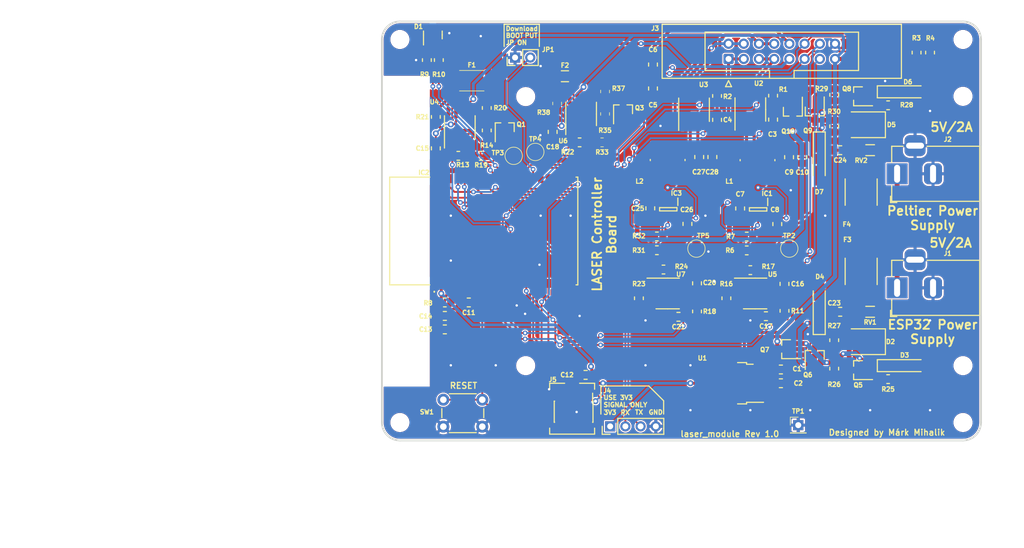
<source format=kicad_pcb>
(kicad_pcb (version 20211014) (generator pcbnew)
  (title_block (title "Laser controller board PCB") (date "2022-05-06") (rev "R0.1") (company "Designed by Márk Mihalik"))
  (layers (0 "F.Cu" signal) (31 "B.Cu" signal) (34 "B.Paste" user) (35 "F.Paste" user) (36 "B.SilkS" user "B.Silkscreen") (37 "F.SilkS" user "F.Silkscreen") (38 "B.Mask" user) (39 "F.Mask" user) (44 "Edge.Cuts" user))
  (net 0 "")
  (net 1 "+5V")
  (net 2 "GND")
  (net 3 "+3V3")
  (net 4 "/LASER1_TEMP")
  (net 5 "/Mikrocontroller/ESP32_EN")
  (net 6 "/LASER2_TEMP")
  (net 7 "Net-(Q1-Pad2)")
  (net 8 "Net-(D1-Pad1)")
  (net 9 "Net-(D1-Pad2)")
  (net 10 "/LASER1_GND")
  (net 11 "/MONITORD1")
  (net 12 "/PELTIER1+")
  (net 13 "/MONITORD2")
  (net 14 "/PELTIER1-")
  (net 15 "/LASER2_GND")
  (net 16 "/PELTIER2+")
  (net 17 "/PELTIER2-")
  (net 18 "/Mikrocontroller/SERIAL_RX")
  (net 19 "/Mikrocontroller/SERIAL_TX")
  (net 20 "/Mikrocontroller/ESP32_JTAG_TMS")
  (net 21 "/Mikrocontroller/ESP32_JTAG_TCK")
  (net 22 "/Mikrocontroller/ESP32_JTAG_TDO")
  (net 23 "/Mikrocontroller/ESP32_JTAG_TDI")
  (net 24 "/Mikrocontroller/BOOT")
  (net 25 "Net-(Q1-Pad1)")
  (net 26 "Net-(R1-Pad2)")
  (net 27 "Net-(R2-Pad2)")
  (net 28 "/Mikrocontroller/LED_RED")
  (net 29 "/Mikrocontroller/LED_GREEN")
  (net 30 "/PELT1_FWD")
  (net 31 "/PELT1_REV")
  (net 33 "/LASER1_CNTR")
  (net 36 "/DC-DC Converter 1/Vin")
  (net 37 "/LASER2_CNTR")
  (net 38 "Net-(C8-Pad2)")
  (net 39 "Net-(C8-Pad1)")
  (net 40 "Net-(R11-Pad2)")
  (net 41 "Net-(D6-Pad1)")
  (net 42 "Net-(D6-Pad2)")
  (net 43 "Net-(D7-Pad1)")
  (net 44 "Net-(IC1-Pad4)")
  (net 47 "/PELT2_FWD")
  (net 48 "/PELT2_REV")
  (net 50 "/Vpelt1")
  (net 51 "Net-(R13-Pad1)")
  (net 52 "Net-(C24-Pad1)")
  (net 53 "/Vpelt2")
  (net 54 "Net-(D3-Pad1)")
  (net 55 "Net-(D3-Pad2)")
  (net 56 "/LASER1_MD_MEAS")
  (net 57 "/LASER2_MD_MEAS")
  (net 58 "Net-(D4-Pad1)")
  (net 59 "Net-(F1-Pad1)")
  (net 62 "/LASER2_EN")
  (net 63 "/LASER1_EN")
  (net 64 "Net-(IC3-Pad4)")
  (net 65 "Net-(Q3-Pad1)")
  (net 66 "Net-(Q3-Pad2)")
  (net 67 "Net-(Q6-Pad3)")
  (net 71 "Net-(R18-Pad2)")
  (net 72 "/Power Supply Protection 1/PWR_IN")
  (net 73 "/Power Supply Protection 2/PWR_IN")
  (net 85 "Net-(Q10-Pad1)")
  (net 86 "Net-(R22-Pad1)")
  (net 87 "Net-(R35-Pad1)")
  (net 88 "Net-(R14-Pad2)")
  (net 92 "Net-(C26-Pad2)")
  (net 93 "Net-(C26-Pad1)")
  (net 94 "Net-(R23-Pad1)")
  (net 95 "Net-(R16-Pad1)")
  (net 96 "Net-(C23-Pad1)")
  (net 97 "Net-(R38-Pad1)")
  (footprint "Resistor_SMD:R_0805_2012Metric_Pad1.20x1.40mm_HandSolder" (layer "F.Cu") (at 146.7 130.7575 -90)
    (fp_text reference "R26")
    (fp_text value "10k")
  )
  (footprint "Resistor_SMD:R_0805_2012Metric_Pad1.20x1.40mm_HandSolder" (layer "F.Cu") (at 88.7 90.95 -90)
    (fp_text reference "R14")
    (fp_text value "68")
  )
  (footprint "Capacitor_SMD:C_0805_2012Metric_Pad1.18x1.45mm_HandSolder" (layer "F.Cu") (at 137.8 130.9)
    (fp_text reference "C1")
    (fp_text value "10u")
  )
  (footprint "Diode_SMD:D_MiniMELF_Handsoldering" (layer "F.Cu") (at 158.45 130.2575)
    (fp_text reference "D3")
    (fp_text value "3V")
  )
  (footprint "MountingHole:MountingHole_2.7mm_M2.5" (layer "F.Cu") (at 95.2 85.3)
    (fp_text reference "REF**" hide)
    (fp_text value "MountingHole_2.7mm_M2.5")
  )
  (footprint "Package_TO_SOT_SMD:SOT-23" (layer "F.Cu") (at 79.7 75 90)
    (fp_text reference "D1")
    (fp_text value "LED_Dual_AAK")
  )
  (footprint "Diode_SMD:D_SMB" (layer "F.Cu") (at 151.7 90.0075 180)
    (fp_text reference "D5")
    (fp_text value "35V")
  )
  (footprint "Resistor_SMD:R_0805_2012Metric_Pad1.20x1.40mm_HandSolder" (layer "F.Cu") (at 146.7 90.2575 -90)
    (fp_text reference "R30")
    (fp_text value "10k")
  )
  (footprint "Capacitor_SMD:C_0805_2012Metric_Pad1.18x1.45mm_HandSolder" (layer "F.Cu") (at 127.145 89.1925 -90)
    (fp_text reference "C4")
    (fp_text value "100n")
  )
  (footprint "Package_TO_SOT_SMD:SOT-23_Handsoldering" (layer "F.Cu") (at 150.7 85.2575 180)
    (fp_text reference "Q8")
    (fp_text value "Si2333DDS")
  )
  (footprint "Resistor_SMD:R_0805_2012Metric_Pad1.20x1.40mm_HandSolder" (layer "F.Cu") (at 117.1 110.975 180)
    (fp_text reference "R31")
    (fp_text value "100k")
  )
  (footprint "Resistor_SMD:R_0805_2012Metric_Pad1.20x1.40mm_HandSolder" (layer "F.Cu") (at 100.45 86.45 -90)
    (fp_text reference "R38")
    (fp_text value "0R1")
  )
  (footprint "Connector_PinHeader_2.54mm:PinHeader_1x02_P2.54mm_Vertical" (layer "F.Cu") (at 93.425 78.775 90)
    (fp_text reference "JP1")
    (fp_text value "Jumper_2_Open")
  )
  (footprint "Resistor_SMD:R_0805_2012Metric_Pad1.20x1.40mm_HandSolder" (layer "F.Cu") (at 118.2 114.2 180)
    (fp_text reference "R24")
    (fp_text value "10k")
  )
  (footprint "Resistor_SMD:R_1206_3216Metric_Pad1.30x1.75mm_HandSolder" (layer "F.Cu") (at 152.7 94.2575)
    (fp_text reference "RV2")
    (fp_text value "30V")
  )
  (footprint "Capacitor_SMD:C_0805_2012Metric_Pad1.18x1.45mm_HandSolder" (layer "F.Cu") (at 126.365 95.4 -90)
    (fp_text reference "C28")
    (fp_text value "10u")
  )
  (footprint "Package_SO:SOIC-8_3.9x4.9mm_P1.27mm" (layer "F.Cu") (at 133.5 118.2)
    (fp_text reference "U5")
    (fp_text value "OP07")
  )
  (footprint "Resistor_SMD:R_0805_2012Metric_Pad1.20x1.40mm_HandSolder" (layer "F.Cu") (at 138.4 121.1 90)
    (fp_text reference "R11")
    (fp_text value "10k")
  )
  (footprint "Resistor_SMD:R_0805_2012Metric_Pad1.20x1.40mm_HandSolder" (layer "F.Cu") (at 81.7 119.7 180)
    (fp_text reference "R8")
    (fp_text value "10k")
  )
  (footprint "Capacitor_SMD:C_0805_2012Metric_Pad1.18x1.45mm_HandSolder" (layer "F.Cu") (at 131 104 -90)
    (fp_text reference "C7")
    (fp_text value "2.2u")
  )
  (footprint "Package_TO_SOT_SMD:SOT-23_Handsoldering" (layer "F.Cu") (at 138.7 127.5075 180)
    (fp_text reference "Q7")
    (fp_text value "Si2333DDS")
  )
  (footprint "Fuse:Fuse_2920_7451Metric_Pad2.10x5.45mm_HandSolder" (layer "F.Cu") (at 151.2 114.5075 -90)
    (fp_text reference "F3")
    (fp_text value "3A/5A")
  )
  (footprint "Resistor_SMD:R_0805_2012Metric_Pad1.20x1.40mm_HandSolder" (layer "F.Cu") (at 155.7 132.5075)
    (fp_text reference "R25")
    (fp_text value "10k")
  )
  (footprint "Capacitor_SMD:C_0805_2012Metric_Pad1.18x1.45mm_HandSolder" (layer "F.Cu") (at 147.7 121.2575 180)
    (fp_text reference "C23")
    (fp_text value "100n")
  )
  (footprint "Package_SO:SOIC-8_3.9x4.9mm_P1.27mm" (layer "F.Cu") (at 118.9 118.2)
    (fp_text reference "U7")
    (fp_text value "OP07")
  )
  (footprint "Diode_SMD:D_MiniMELF_Handsoldering" (layer "F.Cu") (at 144.2 95.7575 -90)
    (fp_text reference "D7")
    (fp_text value "5V6")
  )
  (footprint "Resistor_SMD:R_0805_2012Metric_Pad1.20x1.40mm_HandSolder" (layer "F.Cu") (at 108.45 84.45 -90)
    (fp_text reference "R37")
    (fp_text value "10k")
  )
  (footprint "Resistor_SMD:R_0805_2012Metric_Pad1.20x1.40mm_HandSolder" (layer "F.Cu") (at 83.95 95.2 180)
    (fp_text reference "R13")
    (fp_text value "10k")
  )
  (footprint "Resistor_SMD:R_0805_2012Metric_Pad1.20x1.40mm_HandSolder" (layer "F.Cu") (at 146.7 126.0075 90)
    (fp_text reference "R27")
    (fp_text value "10k")
  )
  (footprint "Capacitor_SMD:C_0805_2012Metric_Pad1.18x1.45mm_HandSolder" (layer "F.Cu") (at 124.165 95.4 -90)
    (fp_text reference "C27")
    (fp_text value "10u")
  )
  (footprint "Resistor_SMD:R_0805_2012Metric_Pad1.20x1.40mm_HandSolder" (layer "F.Cu") (at 104.2 92.95 180)
    (fp_text reference "R22")
    (fp_text value "10k")
  )
  (footprint "Diode_SMD:D_SMB" (layer "F.Cu") (at 151.7 126.2575 180)
    (fp_text reference "D2")
    (fp_text value "35V")
  )
  (footprint "Diode_SMD:D_MiniMELF_Handsoldering" (layer "F.Cu") (at 144.2 120.5075 90)
    (fp_text reference "D4")
    (fp_text value "5V6")
  )
  (footprint "LMR51420DCDC:SOT95P280X110-6N" (layer "F.Cu") (at 119 104.125 -90)
    (fp_text reference "IC3")
    (fp_text value "LMR51420YFDDCR" hide)
  )
  (footprint "ESP32-WROVER-IE:ESP32WROVERIE" (layer "F.Cu") (at 88.2 107.7575 90)
    (fp_text reference "IC2")
    (fp_text value "ESP32-WROVER-IE" hide)
  )
  (footprint "Connector_PinHeader_1.27mm:PinHeader_2x05_P1.27mm_Vertical_SMD" (layer "F.Cu") (at 103.2 137.95 -90)
    (fp_text reference "J5")
    (fp_text value "Conn_ARM_JTAG_SWD_10")
  )
  (footprint "Capacitor_SMD:C_0805_2012Metric_Pad1.18x1.45mm_HandSolder" (layer "F.Cu") (at 99.7 91.2 -90)
    (fp_text reference "C18")
    (fp_text value "100n")
  )
  (footprint "Capacitor_SMD:C_0805_2012Metric_Pad1.18x1.45mm_HandSolder" (layer "F.Cu") (at 135.3 122 180)
    (fp_text reference "C17")
    (fp_text value "100n")
  )
  (footprint "Resistor_SMD:R_0805_2012Metric_Pad1.20x1.40mm_HandSolder" (layer "F.Cu") (at 80.7 79.2 -90)
    (fp_text reference "R10")
    (fp_text value "56")
  )
  (footprint "TestPoint:TestPoint_Pad_D2.5mm" (layer "F.Cu") (at 93.2 95.2)
    (fp_text reference "TP3")
    (fp_text value "TestPoint")
  )
  (footprint "Package_TO_SOT_SMD:SOT-23_Handsoldering" (layer "F.Cu") (at 91.7 90.45 90)
    (fp_text reference "Q1")
    (fp_text value "TSM2302/SI2302")
  )
  (footprint "Capacitor_SMD:C_0805_2012Metric_Pad1.18x1.45mm_HandSolder" (layer "F.Cu") (at 141.365 95.425 -90)
    (fp_text reference "C10")
    (fp_text value "10u")
  )
  (footprint "Capacitor_SMD:C_0805_2012Metric_Pad1.18x1.45mm_HandSolder" (layer "F.Cu") (at 81.7 124.2)
    (fp_text reference "C13")
    (fp_text value "22u")
  )
  (footprint "MountingHole:MountingHole_2.7mm_M2.5" (layer "F.Cu") (at 95.2 130.2575)
    (fp_text reference "REF**" hide)
    (fp_text value "MountingHole_2.7mm_M2.5")
  )
  (footprint "Capacitor_SMD:C_0805_2012Metric_Pad1.18x1.45mm_HandSolder" (layer "F.Cu") (at 139.165 95.425 -90)
    (fp_text reference "C9")
    (fp_text value "10u")
  )
  (footprint "TestPoint:TestPoint_Pad_D2.5mm" (layer "F.Cu") (at 123.7 110.7)
    (fp_text reference "TP5")
    (fp_text value "TestPoint")
  )
  (footprint "Resistor_SMD:R_0805_2012Metric_Pad1.20x1.40mm_HandSolder" (layer "F.Cu") (at 160.45 77.95 -90)
    (fp_text reference "R3")
    (fp_text value "10k")
  )
  (footprint "Fuse:Fuse_1206_3216Metric_Pad1.42x1.75mm_HandSolder" (layer "F.Cu") (at 101.75 81.9)
    (fp_text reference "F2")
    (fp_text value "1A")
  )
  (footprint "Resistor_SMD:R_0805_2012Metric_Pad1.20x1.40mm_HandSolder" (layer "F.Cu") (at 132.7 114.3 180)
    (fp_text reference "R17")
    (fp_text value "10k")
  )
  (footprint "Resistor_SMD:R_1206_3216Metric_Pad1.30x1.75mm_HandSolder" (layer "F.Cu") (at 152.7 121.2575)
    (fp_text reference "RV1")
    (fp_text value "30V")
  )
  (footprint "PCD0504VIKINGINDUCTOR:PCD0504" (layer "F.Cu") (at 133.9 95.925 180)
    (fp_text reference "L1")
    (fp_text value "PCD0504" hide)
  )
  (footprint "Resistor_SMD:R_0805_2012Metric_Pad1.20x1.40mm_HandSolder" (layer "F.Cu") (at 128.7 119 -90)
    (fp_text reference "R16")
    (fp_text value "10k")
  )
  (footprint "PCD0504VIKINGINDUCTOR:PCD0504" (layer "F.Cu") (at 118.9 95.9 180)
    (fp_text reference "L2")
    (fp_text value "PCD0504" hide)
  )
  (footprint "Resistor_SMD:R_0805_2012Metric_Pad1.20x1.40mm_HandSolder" (layer "F.Cu") (at 88.7 87.2 -90)
    (fp_text reference "R20")
    (fp_text value "10k")
  )
  (footprint "Connector_BarrelJack:BarrelJack_Horizontal" (layer "F.Cu") (at 157.2 98.2 180)
    (fp_text reference "J2")
    (fp_text value "Barrel_Jack_Switch_Pin3Ring")
  )
  (footprint "Resistor_SMD:R_0805_2012Metric_Pad1.20x1.40mm_HandSolder" (layer "F.Cu") (at 87.7 95.2 180)
    (fp_text reference "R19")
    (fp_text value "680")
  )
  (footprint "Package_TO_SOT_SMD:SOT-23_Handsoldering" (layer "F.Cu") (at 143.45 87.7575 -90)
    (fp_text reference "Q9")
    (fp_text value "Si2307CDS")
  )
  (footprint "Connector_BarrelJack:BarrelJack_Horizontal" (layer "F.Cu") (at 157.2 117.2575 180)
    (fp_text reference "J1")
    (fp_text value "Barrel_Jack_Switch_Pin3Ring")
  )
  (footprint "Fuse:Fuse_2920_7451Metric_Pad2.10x5.45mm_HandSolder" (layer "F.Cu") (at 151.2 101.2575 90)
    (fp_text reference "F4")
    (fp_text value "3A/5A")
  )
  (footprint "Resistor_SMD:R_0805_2012Metric_Pad1.20x1.40mm_HandSolder" (layer "F.Cu") (at 123.8 121.2 90)
    (fp_text reference "R18")
    (fp_text value "10k")
  )
  (footprint "Capacitor_SMD:C_0805_2012Metric_Pad1.18x1.45mm_HandSolder" (layer "F.Cu") (at 80.2 93.95 -90)
    (fp_text reference "C15")
    (fp_text value "100n")
  )
  (footprint "Capacitor_SMD:C_0805_2012Metric_Pad1.18x1.45mm_HandSolder" (layer "F.Cu") (at 147.7 94.2575 180)
    (fp_text reference "C24")
    (fp_text value "100n")
  )
  (footprint "Capacitor_SMD:C_0805_2012Metric_Pad1.18x1.45mm_HandSolder" (layer "F.Cu") (at 116.45 83.95 -90)
    (fp_text reference "C5")
    (fp_text value "100n")
  )
  (footprint "Capacitor_SMD:C_0805_2012Metric_Pad1.18x1.45mm_HandSolder" (layer "F.Cu") (at 123.8 116.5 90)
    (fp_text reference "C20")
    (fp_text value "100n")
  )
  (footprint "Capacitor_SMD:C_0805_2012Metric_Pad1.18x1.45mm_HandSolder" (layer "F.Cu") (at 138.4 116.6 90)
    (fp_text reference "C16")
    (fp_text value "100n")
  )
  (footprint "Fuse:Fuse_2512_6332Metric_Pad1.52x3.35mm_HandSolder" (layer "F.Cu") (at 86.2 82.65)
    (fp_text reference "F1")
    (fp_text value "500mA")
  )
  (footprint "Capacitor_SMD:C_0805_2012Metric_Pad1.18x1.45mm_HandSolder" (layer "F.Cu") (at 105.2 131.8 180)
    (fp_text reference "C12")
    (fp_text value "100n")
  )
  (footprint "MountingHole:MountingHole_2.7mm_M2.5" (layer "F.Cu") (at 74.2 139.7575)
    (fp_text reference "REF**" hide)
    (fp_text value "MountingHole_2.7mm_M2.5")
  )
  (footprint "Resistor_SMD:R_0805_2012Metric_Pad1.20x1.40mm_HandSolder" (layer "F.Cu") (at 132.1 108.7 180)
    (fp_text reference "R7")
    (fp_text value "25k")
  )
  (footprint "Package_SO:SOIC-8_3.9x4.9mm_P1.27mm" (layer "F.Cu") (at 104.45 88.2 90)
    (fp_text reference "U6")
    (fp_text value "OP07")
  )
  (footprint "MountingHole:MountingHole_2.7mm_M2.5" (layer "F.Cu") (at 168.2 139.7575)
    (fp_text reference "REF**" hide)
    (fp_text value "MountingHole_2.7mm_M2.5")
  )
  (footprint "Resistor_SMD:R_0805_2012Metric_Pad1.20x1.40mm_HandSolder" (layer "F.Cu") (at 162.7 77.95 -90)
    (fp_text reference "R4")
    (fp_text value "10k")
  )
  (footprint "Resistor_SMD:R_0805_2012Metric_Pad1.20x1.40mm_HandSolder" (layer "F.Cu") (at 107.95 92.95 180)
    (fp_text reference "R33")
    (fp_text value "300")
  )
  (footprint "Diode_SMD:D_MiniMELF_Handsoldering" (layer "F.Cu") (at 158.45 84.5075)
    (fp_text reference "D6")
    (fp_text value "3V")
  )
  (footprint "Capacitor_SMD:C_0805_2012Metric_Pad1.18x1.45mm_HandSolder" (layer "F.Cu") (at 137.2 106.6 90)
    (fp_text reference "C8")
    (fp_text value "100n")
  )
  (footprint "Capacitor_SMD:C_0805_2012Metric_Pad1.18x1.45mm_HandSolder" (layer "F.Cu") (at 85.7 119.7 180)
    (fp_text reference "C11")
    (fp_text value "100n")
  )
  (footprint "Package_TO_SOT_SMD:SOT-23_Handsoldering" (layer "F.Cu") (at 139.8 87.8 -90)
    (fp_text reference "Q10")
    (fp_text value "Si2333DDS")
  )
  (footprint "Resistor_SMD:R_0805_2012Metric_Pad1.20x1.40mm_HandSolder" (layer "F.Cu") (at 136.5 85.1475 90)
    (fp_text reference "R1")
    (fp_text value "10k")
  )
  (footprint "MountingHole:MountingHole_2.7mm_M2.5" (layer "F.Cu") (at 168.2 130.2575)
    (fp_text reference "REF**" hide)
    (fp_text value "MountingHole_2.7mm_M2.5")
  )
  (footprint "Connector_PinHeader_2.54mm:PinHeader_1x04_P2.54mm_Vertical" (layer "F.Cu") (at 109.3 140.4 90)
    (fp_text reference "J4")
    (fp_text value "Conn_01x04_Male")
  )
  (footprint "MountingHole:MountingHole_2.7mm_M2.5" (layer "F.Cu") (at 168.2 75.7575)
    (fp_text reference "REF**" hide)
    (fp_text value "MountingHole_2.7mm_M2.5")
  )
  (footprint "Capacitor_SMD:C_0805_2012Metric_Pad1.18x1.45mm_HandSolder" (layer "F.Cu") (at 116 103.975 -90)
    (fp_text reference "C25")
    (fp_text value "2.2u")
  )
  (footprint "MountingHole:MountingHole_2.7mm_M2.5" (layer "F.Cu") (at 74.2 75.7575)
    (fp_text reference "REF**" hide)
    (fp_text value "MountingHole_2.7mm_M2.5")
  )
  (footprint "Resistor_SMD:R_0805_2012Metric_Pad1.20x1.40mm_HandSolder" (layer "F.Cu") (at 155.7 86.7575)
    (fp_text reference "R28")
    (fp_text value "10k")
  )
  (footprint "Package_TO_SOT_SMD:SOT-23_Handsoldering" (layer "F.Cu") (at 111.45 87.45 90)
    (fp_text reference "Q3")
    (fp_text value "TSM2302/SI2302")
  )
  (footprint "Button_Switch_THT:SW_PUSH_6mm_H7.3mm" (layer "F.Cu") (at 87.95 140.45 180)
    (fp_text reference "SW1")
    (fp_text value "SW_Push")
  )
  (footprint "Resistor_SMD:R_0805_2012Metric_Pad1.20x1.40mm_HandSolder" (layer "F.Cu") (at 132.1 111 180)
    (fp_text reference "R6")
    (fp_text value "100k")
  )
  (footprint "TestPoint:TestPoint_Pad_D2.5mm" (layer "F.Cu") (at 96.8 94.55)
    (fp_text reference "TP4")
    (fp_text value "TestPoint")
  )
  (footprint "Resistor_SMD:R_0805_2012Metric_Pad1.20x1.40mm_HandSolder" (layer "F.Cu") (at 108.45 88.2 -90)
    (fp_text reference "R35")
    (fp_text value "68")
  )
  (footprint "Capacitor_SMD:C_0805_2012Metric_Pad1.18x1.45mm_HandSolder" (layer "F.Cu") (at 137.8 133.2)
    (fp_text reference "C2")
    (fp_text value "10u")
  )
  (footprint "MountingHole:MountingHole_2.7mm_M2.5" (layer "F.Cu") (at 168.2 85.2575)
    (fp_text reference "REF**" hide)
    (fp_text value "MountingHole_2.7mm_M2.5")
  )
  (footprint "Package_TO_SOT_SMD:SOT-23_Handsoldering" (layer "F.Cu") (at 143.45 128.5075 90)
    (fp_text reference "Q6")
    (fp_text value "Si2307CDS")
  )
  (footprint "Resistor_SMD:R_0805_2012Metric_Pad1.20x1.40mm_HandSolder" (layer "F.Cu") (at 127.145 85.1925 90)
    (fp_text reference "R2")
    (fp_text value "10k")
  )
  (footprint "Package_SO:SOIC-8_3.9x4.9mm_P1.27mm" (layer "F.Cu") (at 132.7 87.455 90)
    (fp_text reference "U2")
    (fp_text value "ZXBM5210-S")
  )
  (footprint "Package_TO_SOT_SMD:SOT-23_Handsoldering" (layer "F.Cu") (at 150.7 131.0075 180)
    (fp_text reference "Q5")
    (fp_text value "Si2333DDS")
  )
  (footprint "TestPoint:TestPoint_Pad_D2.5mm" (layer "F.Cu") (at 139.2 110.7)
    (fp_text reference "TP2")
    (fp_text value "TestPoint")
  )
  (footprint "Resistor_SMD:R_0805_2012Metric_Pad1.20x1.40mm_HandSolder" (layer "F.Cu") (at 114.1 119 -90)
    (fp_text reference "R23")
    (fp_text value "10k")
  )
  (footprint "Capacitor_SMD:C_0805_2012Metric_Pad1.18x1.45mm_HandSolder" (layer "F.Cu") (at 120.7 122.1 180)
    (fp_text reference "C21")
    (fp_text value "100n")
  )
  (footprint "Resistor_SMD:R_0805_2012Metric_Pad1.20x1.40mm_HandSolder" (layer "F.Cu") (at 117.1 108.675 180)
    (fp_text reference "R32")
    (fp_text value "25k")
  )
  (footprint "Resistor_SMD:R_0805_2012Metric_Pad1.20x1.40mm_HandSolder" (layer "F.Cu") (at 146.7 85.0075 -90)
    (fp_text reference "R29")
    (fp_text value "10k")
  )
  (footprint "Capacitor_SMD:C_0805_2012Metric_Pad1.18x1.45mm_HandSolder" (layer "F.Cu") (at 122.2 106.575 90)
    (fp_text reference "C26")
    (fp_text value "100n")
  )
  (footprint "Capacitor_SMD:C_0805_2012Metric_Pad1.18x1.45mm_HandSolder" (layer "F.Cu") (at 81.7 121.95)
    (fp_text reference "C14")
    (fp_text value "100n")
  )
  (footprint "Package_TO_SOT_SMD:TO-252-3_TabPin2" (layer "F.Cu") (at 129.6 133.2 180)
    (fp_text reference "U1")
    (fp_text value "IFX27001TFV33")
  )
  (footprint "Package_SO:SOIC-8_3.9x4.9mm_P1.27mm" (layer "F.Cu") (at 123.3 87.5 90)
    (fp_text reference "U3")
    (fp_text value "ZXBM5210-S")
  )
  (footprint "Capacitor_SMD:C_0805_2012Metric_Pad1.18x1.45mm_HandSolder" (layer "F.Cu") (at 136.5 89.1475 -90)
    (fp_text reference "C3")
    (fp_text value "100n")
  )
  (footprint "Connector_PinHeader_2.54mm:PinHeader_1x01_P2.54mm_Vertical" (layer "F.Cu") (at 140.7 140.2)
    (fp_text reference "TP1")
    (fp_text value "TP_GND")
  )
  (footprint "Connector_IDC:IDC-Header_2x08_P2.54mm_Latch_Vertical" (layer "F.Cu") (at 129.06 79.01 90)
    (fp_text reference "J3")
    (fp_text value "Conn_02x08_Odd_Even")
  )
  (footprint "Resistor_SMD:R_0805_2012Metric_Pad1.20x1.40mm_HandSolder" (layer "F.Cu") (at 78.7 79.2 -90)
    (fp_text reference "R9")
    (fp_text value "68")
  )
  (footprint "Resistor_SMD:R_0805_2012Metric_Pad1.20x1.40mm_HandSolder" (layer "F.Cu") (at 80.2 88.7 -90)
    (fp_text reference "R21")
    (fp_text value "0R1")
  )
  (footprint "Package_SO:SOIC-8_3.9x4.9mm_P1.27mm" (layer "F.Cu") (at 84.2 90.45 90)
    (fp_text reference "U4")
    (fp_text value "OP07")
  )
  (footprint "Capacitor_SMD:C_0805_2012Metric_Pad1.18x1.45mm_HandSolder" (layer "F.Cu") (at 116.45 79.95 90)
    (fp_text reference "C6")
    (fp_text value "100n")
  )
  (footprint "LMR51420DCDC:SOT95P280X110-6N" (layer "F.Cu") (at 134 104.15 -90)
    (fp_text reference "IC1")
    (fp_text value "LMR51420YFDDCR" hide)
  )
  (gr_line (start 97.475 73.225) (end 97.475 76.925) (layer "F.SilkS") (width 0.2))
  (gr_line (start 91.6 73.225) (end 97.475 73.225) (layer "F.SilkS") (width 0.2))
  (gr_line (start 106.7 141.7) (end 99.2 141.7) (layer "F.SilkS") (width 0.2))
  (gr_line (start 107.75 133.65) (end 115.75 133.65) (layer "F.SilkS") (width 0.2))
  (gr_line (start 106.7 141.7) (end 106.7 140.7) (layer "F.SilkS") (width 0.2))
  (gr_line (start 101.7 133.2) (end 99.2 133.2) (layer "F.SilkS") (width 0.2))
  (gr_line (start 91.6 76.925) (end 91.6 73.225) (layer "F.SilkS") (width 0.2))
  (gr_line (start 99.2 134.2) (end 99.2 133.2) (layer "F.SilkS") (width 0.2))
  (gr_line (start 106.7 133.2) (end 104.2 133.2) (layer "F.SilkS") (width 0.2))
  (gr_line (start 107.75 133.65) (end 107.75 138.35) (layer "F.SilkS") (width 0.2))
  (gr_line (start 106.7 134.2) (end 106.7 133.2) (layer "F.SilkS") (width 0.2))
  (gr_line (start 115.75 133.65) (end 118.225 136.125) (layer "F.SilkS") (width 0.2))
  (gr_line (start 118.225 136.15) (end 118.225 138.35) (layer "F.SilkS") (width 0.2))
  (gr_line (start 99.2 141.7) (end 99.2 140.7) (layer "F.SilkS") (width 0.2))
  (gr_arc (start 171.2 139.7575) (mid 170.32132 141.87882) (end 168.2 142.7575) (layer "Edge.Cuts") (width 0.3))
  (gr_arc (start 71.2 75.7575) (mid 72.07868 73.63618) (end 74.2 72.7575) (layer "Edge.Cuts") (width 0.3))
  (gr_line (start 74.2 142.7575) (end 168.2 142.7575) (layer "Edge.Cuts") (width 0.3))
  (gr_line (start 74.2 72.7575) (end 168.2 72.7575) (layer "Edge.Cuts") (width 0.3))
  (gr_line (start 171.2 75.7575) (end 171.2 139.7575) (layer "Edge.Cuts") (width 0.3))
  (gr_arc (start 168.2 72.7575) (mid 170.32132 73.63618) (end 171.2 75.7575) (layer "Edge.Cuts") (width 0.3))
  (gr_arc (start 74.2 142.7575) (mid 72.07868 141.87882) (end 71.2 139.7575) (layer "Edge.Cuts") (width 0.3))
  (gr_line (start 71.2 75.7575) (end 71.2 139.7575) (layer "Edge.Cuts") (width 0.3))
  (gr_text "5V/2A" (at 166.15 109.75) (layer "F.SilkS") (effects (font (size 1.5 1.5) (thickness 0.3))))
  (gr_text "Download" (at 94.55 73.95) (layer "F.SilkS") (effects (font (size 0.75 0.75) (thickness 0.2))))
  (gr_text "laser_module Rev 1.0" (at 129.275 141.675) (layer "F.SilkS") (effects (font (size 1 1) (thickness 0.2))))
  (gr_text "5V/2A" (at 166.3 90.4) (layer "F.SilkS") (effects (font (size 1.5 1.5) (thickness 0.3))))
  (gr_text "BOOT" (at 93.35 75.1) (layer "F.SilkS") (effects (font (size 0.75 0.75) (thickness 0.2))))
  (gr_text "RESET" (at 84.825 133.6) (layer "F.SilkS") (effects (font (size 1 1) (thickness 0.2))))
  (gr_text "Designed by Márk Mihalik" (at 155.5 141.425) (layer "F.SilkS") (effects (font (size 1 1) (thickness 0.2))))
  (gr_text "3V3\n" (at 109.275 138.075) (layer "F.SilkS") (effects (font (size 0.75 0.75) (thickness 0.2))))
  (gr_text "Peltier Power\nSupply" (at 163.125 105.6) (layer "F.SilkS") (effects (font (size 1.5 1.5) (thickness 0.3))))
  (gr_text "TX" (at 114.125 138.05) (layer "F.SilkS") (effects (font (size 0.75 0.75) (thickness 0.2))))
  (gr_text "LASER Controller\nBoard" (at 108.325 108.325 90) (layer "F.SilkS") (effects (font (size 1.5 1.5) (thickness 0.3))))
  (gr_text "PUT" (at 96.125 75.1) (layer "F.SilkS") (effects (font (size 0.75 0.75) (thickness 0.2))))
  (gr_text "ESP32 Power\nSupply" (at 163.125 124.625) (layer "F.SilkS") (effects (font (size 1.5 1.5) (thickness 0.3))))
  (gr_text "JP ON" (at 93.65 76.275) (layer "F.SilkS") (effects (font (size 0.75 0.75) (thickness 0.2))))
  (gr_text "USE 3V3 \nSIGNAL ONLY" (at 108.1 136.2) (layer "F.SilkS") (effects (font (size 0.75 0.75) (thickness 0.2)) (justify left)))
  (gr_text "GND\n" (at 116.9 138.05) (layer "F.SilkS") (effects (font (size 0.75 0.75) (thickness 0.2))))
  (gr_text "RX" (at 111.8 138.1) (layer "F.SilkS") (effects (font (size 0.75 0.75) (thickness 0.2))))
  (segment (start 83.565 87.563573) (end 84.729062 86.399511) (width 0.3) (layer "F.Cu") (net 1))
  (segment (start 80.2 91.45) (end 80.2 92.9125) (width 0.3) (layer "F.Cu") (net 1))
  (segment (start 103.815 85.725) (end 103.815 84.835) (width 0.5) (layer "F.Cu") (net 1))
  (segment (start 133.8 130.92) (end 133.825 130.895) (width 0.7) (layer "F.Cu") (net 1))
  (segment (start 83.565 89.585) (end 83.2 89.95) (width 0.3) (layer "F.Cu") (net 1))
  (segment (start 83.565 89.585) (end 83.565 87.975) (width 0.3) (layer "F.Cu") (net 1))
  (segment (start 101.1625 90.1625) (end 101.2 90.2) (width 0.3) (layer "F.Cu") (net 1))
  (segment (start 136.7625 130.9) (end 133.82 130.9) (width 0.7) (layer "F.Cu") (net 1))
  (segment (start 137.2 127.5075) (end 137.2 126.2) (width 0.7) (layer "F.Cu") (net 1))
  (segment (start 146.84 79.01) (end 162.64 79.01) (width 0.7) (layer "F.Cu") (net 1))
  (segment (start 84.729062 86.399511) (end 85.750489 86.399511) (width 0.3) (layer "F.Cu") (net 1))
  (segment (start 136.7625 130.9) (end 136.7625 127.945) (width 0.7) (layer "F.Cu") (net 1))
  (segment (start 103.815 84.835) (end 104.850497 83.799503) (width 0.5) (layer "F.Cu") (net 1))
  (segment (start 136.7625 127.945) (end 137.2 127.5075) (width 0.7) (layer "F.Cu") (net 1))
  (segment (start 85.750489 86.399511) (end 86.45 85.7) (width 0.3) (layer "F.Cu") (net 1))
  (segment (start 104.850497 83.799503) (end 104.850497 83.7) (width 0.5) (layer "F.Cu") (net 1))
  (segment (start 133.82 130.9) (end 133.8 130.92) (width 0.7) (layer "F.Cu") (net 1))
  (segment (start 99.95 90.1625) (end 101.1625 90.1625) (width 0.3) (layer "F.Cu") (net 1))
  (segment (start 83.2 89.95) (end 82.7 89.95) (width 0.3) (layer "F.Cu") (net 1))
  (segment (start 162.64 79.01) (end 162.7 78.95) (width 0.7) (layer "F.Cu") (net 1))
  (segment (start 83.565 87.975) (end 83.565 87.563573) (width 0.3) (layer "F.Cu") (net 1))
  (via (at 137.2 126.2) (size 1) (drill 0.5) (layers "F.Cu" "B.Cu") (net 1))
  (via (at 104.850497 83.7) (size 1) (drill 0.5) (layers "F.Cu" "B.Cu") (net 1))
  (via (at 86.45 85.7) (size 1) (drill 0.5) (layers "F.Cu" "B.Cu") (net 1))
  (via (at 82.7 89.95) (size 1) (drill 0.5) (layers "F.Cu" "B.Cu") (net 1))
  (via (at 101.2 90.2) (size 1) (drill 0.5) (layers "F.Cu" "B.Cu") (net 1))
  (via (at 80.2 91.45) (size 1) (drill 0.5) (layers "F.Cu" "B.Cu") (net 1))
  (segment (start 148.239511 77.610489) (end 148.239511 75.346531) (width 0.5) (layer "B.Cu") (net 1))
  (segment (start 137.2 126.2) (end 137.2 125) (width 0.7) (layer "B.Cu") (net 1))
  (segment (start 104.850497 83.299503) (end 113.079511 75.070489) (width 0.5) (layer "B.Cu") (net 1))
  (segment (start 147.963469 75.070489) (end 113.079511 75.070489) (width 0.5) (layer "B.Cu") (net 1))
  (segment (start 94.530489 75.070489) (end 86.45 83.150978) (width 0.5) (layer "B.Cu") (net 1))
  (segment (start 101.2 87.350497) (end 104.850497 83.7) (width 0.3) (layer "B.Cu") (net 1))
  (segment (start 82.7 89.95) (end 81.7 89.95) (width 0.3) (layer "B.Cu") (net 1))
  (segment (start 113.079511 75.070489) (end 94.530489 75.070489) (width 0.5) (layer "B.Cu") (net 1))
  (segment (start 146.84 79.01) (end 148.239511 77.610489) (width 0.5) (layer "B.Cu") (net 1))
  (segment (start 148.239511 75.346531) (end 147.963469 75.070489) (width 0.5) (layer "B.Cu") (net 1))
  (segment (start 101.2 90.2) (end 101.2 87.350497) (width 0.3) (layer "B.Cu") (net 1))
  (segment (start 104.850497 83.7) (end 104.850497 83.299503) (width 0.5) (layer "B.Cu") (net 1))
  (segment (start 86.45 85.7) (end 86.45 83.150978) (width 0.5) (layer "B.Cu") (net 1))
  (segment (start 81.7 89.95) (end 80.2 91.45) (width 0.3) (layer "B.Cu") (net 1))
  (segment (start 146.84 115.36) (end 146.84 79.01) (width 0.7) (layer "B.Cu") (net 1))
  (segment (start 137.2 125) (end 146.84 115.36) (width 0.7) (layer "B.Cu") (net 1))
  (via (at 162.7 137.7) (size 0.8) (drill 0.4) (layers "F.Cu" "B.Cu") (net 2))
  (via (at 142.7 137.7) (size 0.8) (drill 0.4) (layers "F.Cu" "B.Cu") (net 2))
  (via (at 162.7 105.2) (size 0.8) (drill 0.4) (layers "F.Cu" "B.Cu") (net 2))
  (via (at 82.45 74.7) (size 0.8) (drill 0.4) (layers "F.Cu" "B.Cu") (net 2))
  (via (at 90.2 130.2) (size 0.8) (drill 0.4) (layers "F.Cu" "B.Cu") (net 2))
  (via (at 162.7 122.7) (size 0.8) (drill 0.4) (layers "F.Cu" "B.Cu") (net 2))
  (via (at 115.2 122.7) (size 0.8) (drill 0.4) (layers "F.Cu" "B.Cu") (net 2))
  (via (at 152.7 137.7) (size 0.8) (drill 0.4) (layers "F.Cu" "B.Cu") (net 2))
  (via (at 82.7 130.2) (size 0.8) (drill 0.4) (layers "F.Cu" "B.Cu") (net 2))
  (via (at 102.7 105.2) (size 0.8) (drill 0.4) (layers "F.Cu" "B.Cu") (net 2))
  (via (at 162.7 87.7) (size 0.8) (drill 0.4) (layers "F.Cu" "B.Cu") (net 2))
  (via (at 82.7 112.7) (size 0.8) (drill 0.4) (layers "F.Cu" "B.Cu") (net 2))
  (via (at 117.7 90.2) (size 0.8) (drill 0.4) (layers "F.Cu" "B.Cu") (net 2))
  (via (at 97.7 105.2) (size 0.8) (drill 0.4) (layers "F.Cu" "B.Cu") (net 2))
  (via (at 97.65 91.75) (size 0.8) (drill 0.4) (layers "F.Cu" "B.Cu") (net 2))
  (via (at 87.7 75.2) (size 0.8) (drill 0.4) (layers "F.Cu" "B.Cu") (net 2))
  (via (at 93.7 120.2) (size 0.8) (drill 0.4) (layers "F.Cu" "B.Cu") (net 2))
  (via (at 132.7 137.7) (size 0.8) (drill 0.4) (layers "F.Cu" "B.Cu") (net 2))
  (via (at 155.2 82.7) (size 0.8) (drill 0.4) (layers "F.Cu" "B.Cu") (net 2))
  (via (at 76.9 79.2) (size 0.8) (drill 0.4) (layers "F.Cu" "B.Cu") (net 2))
  (via (at 132.7 122.7) (size 0.8) (drill 0.4) (layers "F.Cu" "B.Cu") (net 2))
  (via (at 122.7 137.7) (size 0.8) (drill 0.4) (layers "F.Cu" "B.Cu") (net 2))
  (via (at 115.2 130.2) (size 0.8) (drill 0.4) (layers "F.Cu" "B.Cu") (net 2))
  (via (at 142.3 125) (size 0.8) (drill 0.4) (layers "F.Cu" "B.Cu") (net 2))
  (via (at 104.2 121.95) (size 0.8) (drill 0.4) (layers "F.Cu" "B.Cu") (net 2))
  (via (at 95.1 121.6) (size 0.8) (drill 0.4) (layers "F.Cu" "B.Cu") (net 2))
  (via (at 139.45 100.95) (size 0.8) (drill 0.4) (layers "F.Cu" "B.Cu") (net 2))
  (via (at 97.7 80.2) (size 0.8) (drill 0.4) (layers "F.Cu" "B.Cu") (net 2))
  (via (at 125.7 111.2) (size 0.8) (drill 0.4) (layers "F.Cu" "B.Cu") (net 2))
  (via (at 145.2 105.2) (size 0.8) (drill 0.4) (layers "F.Cu" "B.Cu") (net 2))
  (via (at 82.7 105.2) (size 0.8) (drill 0.4) (layers "F.Cu" "B.Cu") (net 2))
  (via (at 99.1 134.2) (size 0.8) (drill 0.4) (layers "F.Cu" "B.Cu") (net 2))
  (via (at 122.7 130.2) (size 0.8) (drill 0.4) (layers "F.Cu" "B.Cu") (net 2))
  (via (at 125.2 105.2) (size 0.8) (drill 0.4) (layers "F.Cu" "B.Cu") (net 2))
  (via (at 97.5 113.4) (size 0.8) (drill 0.4) (layers "F.Cu" "B.Cu") (net 2))
  (via (at 103.7 138) (size 0.8) (drill 0.4) (layers "F.Cu" "B.Cu") (net 2))
  (via (at 126.7 116.2) (size 0.8) (drill 0.4) (layers "F.Cu" "B.Cu") (net 2))
  (segment (start 80.7 119.7) (end 80.7 124.1625) (width 0.5) (layer "F.Cu") (net 3))
  (segment (start 139.7 118.7) (end 138.6375 117.6375) (width 0.5) (layer "F.Cu") (net 3))
  (segment (start 106.9875 133.2) (end 106.2375 132.45) (width 0.5) (layer "F.Cu") (net 3))
  (segment (start 136.7625 133.2) (end 133.8 133.2) (width 0.5) (layer "F.Cu") (net 3))
  (segment (start 106.2375 130.5375) (end 106.1 130.4) (width 0.5) (layer "F.Cu") (net 3))
  (segment (start 137.7 124.7) (end 139.7 122.7) (width 0.5) (layer "F.Cu") (net 3))
  (segment (start 80.7 124.1625) (end 80.6625 124.2) (width 0.5) (layer "F.Cu") (net 3))
  (segment (start 106.6505 136) (end 106.8505 136.2) (width 0.3) (layer "F.Cu") (net 3))
  (segment (start 132.312849 124.7) (end 137.7 124.7) (width 0.5) (layer "F.Cu") (net 3))
  (segment (start 81.1 118.2) (end 81.1 119.3) (width 0.5) (layer "F.Cu") (net 3))
  (segment (start 135.975 117.565) (end 138.3275 117.565) (width 0.5) (layer "F.Cu") (net 3))
  (segment (start 121.375 117.565) (end 123.7725 117.565) (width 0.5) (layer "F.Cu") (net 3))
  (segment (start 131.7 125.312849) (end 132.312849 124.7) (width 0.5) (layer "F.Cu") (net 3))
  (segment (start 131.7 125.312849) (end 131.7 125.2) (width 0.5) (layer "F.Cu") (net 3))
  (segment (start 131.7 129.2) (end 131.7 125.312849) (width 0.5) (layer "F.Cu") (net 3))
  (segment (start 133.8 133.2) (end 127.5 133.2) (width 0.5) (layer "F.Cu") (net 3))
  (segment (start 124.0375 117.5375) (end 123.8 117.5375) (width 0.5) (layer "F.Cu") (net 3))
  (segment (start 81.1 119.3) (end 80.7 119.7) (width 0.5) (layer "F.Cu") (net 3))
  (segment (start 139.7 122.7) (end 139.7 118.7) (width 0.5) (layer "F.Cu") (net 3))
  (segment (start 81.1 118.2) (end 81.1 116.6175) (width 0.5) (layer "F.Cu") (net 3))
  (segment (start 138.3275 117.565) (end 138.4 117.6375) (width 0.5) (layer "F.Cu") (net 3))
  (segment (start 127.5 133.2) (end 122.7 133.2) (width 0.5) (layer "F.Cu") (net 3))
  (segment (start 108.1 133.2) (end 106.9875 133.2) (width 0.5) (layer "F.Cu") (net 3))
  (segment (start 105.74 136) (end 106.6505 136) (width 0.3) (layer "F.Cu") (net 3))
  (segment (start 131.7 125.2) (end 124.0375 117.5375) (width 0.5) (layer "F.Cu") (net 3))
  (segment (start 127.7 133.2) (end 131.7 129.2) (width 0.5) (layer "F.Cu") (net 3))
  (segment (start 81.1 116.6175) (end 81.21 116.5075) (width 0.5) (layer "F.Cu") (net 3))
  (segment (start 106.2375 132.45) (end 106.2375 130.5375) (width 0.5) (layer "F.Cu") (net 3))
  (segment (start 123.7725 117.565) (end 123.8 117.5375) (width 0.5) (layer "F.Cu") (net 3))
  (segment (start 127.5 133.2) (end 127.7 133.2) (width 0.5) (layer "F.Cu") (net 3))
  (segment (start 138.6375 117.6375) (end 138.4 117.6375) (width 0.5) (layer "F.Cu") (net 3))
  (via (at 122.7 133.2) (size 1) (drill 0.5) (layers "F.Cu" "B.Cu") (net 3))
  (via (at 106.1 130.4) (size 1) (drill 0.5) (layers "F.Cu" "B.Cu") (net 3))
  (via (at 106.8505 136.2) (size 1) (drill 0.5) (layers "F.Cu" "B.Cu") (net 3))
  (via (at 108.1 133.2) (size 1) (drill 0.5) (layers "F.Cu" "B.Cu") (net 3))
  (via (at 81.1 118.2) (size 1) (drill 0.5) (layers "F.Cu" "B.Cu") (net 3))
  (segment (start 116.5 133.2) (end 122.7 133.2) (width 0.5) (layer "B.Cu") (net 3))
  (segment (start 100.149511 123.449511) (end 86.349511 123.449511) (width 0.5) (layer "B.Cu") (net 3))
  (segment (start 106.1 129.4) (end 100.149511 123.449511) (width 0.5) (layer "B.Cu") (net 3))
  (segment (start 106.8505 136.2) (end 108.1 134.9505) (width 0.3) (layer "B.Cu") (net 3))
  (segment (start 106.1 130.4) (end 106.1 129.4) (width 0.5) (layer "B.Cu") (net 3))
  (segment (start 109.3 140.4) (end 116.5 133.2) (width 0.5) (layer "B.Cu") (net 3))
  (segment (start 116.5 133.2) (end 108.1 133.2) (width 0.5) (layer "B.Cu") (net 3))
  (segment (start 86.349511 123.449511) (end 81.1 118.2) (width 0.5) (layer "B.Cu") (net 3))
  (segment (start 108.1 134.9505) (end 108.1 133.2) (width 0.3) (layer "B.Cu") (net 3))
  (segment (start 114.95 84.4125) (end 116.45 82.9125) (width 0.3) (layer "F.Cu") (net 4))
  (segment (start 98.2 97.2) (end 101.633603 97.2) (width 0.3) (layer "F.Cu") (net 4))
  (segment (start 159.65 77.75) (end 160.45 76.95) (width 0.3) (layer "F.Cu") (net 4))
  (segment (start 141.76 79.01) (end 143.02 77.75) (width 0.3) (layer "F.Cu") (net 4))
  (segment (start 101.633603 97.2) (end 102.282634 97.849031) (width 0.3) (layer "F.Cu") (net 4))
  (segment (start 97.72 99.0075) (end 97.72 97.68) (width 0.3) (layer "F.Cu") (net 4))
  (segment (start 102.282634 97.849031) (end 107.550969 97.849031) (width 0.3) (layer "F.Cu") (net 4))
  (segment (start 114.95 90.45) (end 114.95 84.4125) (width 0.3) (layer "F.Cu") (net 4))
  (segment (start 97.72 97.68) (end 98.2 97.2) (width 0.3) (layer "F.Cu") (net 4))
  (segment (start 143.02 77.75) (end 159.65 77.75) (width 0.3) (layer "F.Cu") (net 4))
  (segment (start 107.550969 97.849031) (end 114.95 90.45) (width 0.3) (layer "F.Cu") (net 4))
  (segment (start 117.912997 81.449503) (end 119.2 81.449503) (width 0.3) (layer "F.Cu") (net 4))
  (segment (start 116.45 82.9125) (end 117.912997 81.449503) (width 0.3) (layer "F.Cu") (net 4))
  (via (at 119.2 81.449503) (size 0.8) (drill 0.4) (layers "F.Cu" "B.Cu") (net 4))
  (segment (start 119.2 81.449503) (end 119.240952 81.408551) (width 0.3) (layer "B.Cu") (net 4))
  (segment (start 119.240952 81.408551) (end 139.361449 81.408551) (width 0.3) (layer "B.Cu") (net 4))
  (segment (start 139.361449 81.408551) (end 141.76 79.01) (width 0.3) (layer "B.Cu") (net 4))
  (segment (start 87.95 135.95) (end 87.95 122.9875) (width 0.3) (layer "F.Cu") (net 5))
  (segment (start 87.95 135.95) (end 81.45 135.95) (width 0.3) (layer "F.Cu") (net 5))
  (segment (start 100.66 139.9) (end 91.9 139.9) (width 0.3) (layer "F.Cu") (net 5))
  (segment (start 82.7 119.7) (end 82.48 119.48) (width 0.3) (layer "F.Cu") (net 5))
  (segment (start 82.48 119.48) (end 82.48 116.5075) (width 0.3) (layer "F.Cu") (net 5))
  (segment (start 91.9 139.9) (end 87.95 135.95) (width 0.3) (layer "F.Cu") (net 5))
  (segment (start 87.95 122.9875) (end 84.6625 119.7) (width 0.3) (layer "F.Cu") (net 5))
  (segment (start 82.7 119.7) (end 84.6625 119.7) (width 0.3) (layer "F.Cu") (net 5))
  (segment (start 101.84003 96.7) (end 96.104755 96.7) (width 0.3) (layer "F.Cu") (net 6))
  (segment (start 95.18 97.624755) (end 95.18 99.0075) (width 0.3) (layer "F.Cu") (net 6))
  (segment (start 141.76 76.47) (end 142.959511 75.270489) (width 0.3) (layer "F.Cu") (net 6))
  (segment (start 117.2 80.45) (end 116.6625 80.9875) (width 0.3) (layer "F.Cu") (net 6))
  (segment (start 102.489541 97.349511) (end 101.84003 96.7) (width 0.3) (layer "F.Cu") (net 6))
  (segment (start 107.010459 97.349511) (end 102.489541 97.349511) (width 0.3) (layer "F.Cu") (net 6))
  (segment (start 119.7 80.45) (end 117.2 80.45) (width 0.3) (layer "F.Cu") (net 6))
  (segment (start 161.020489 75.270489) (end 162.7 76.95) (width 0.3) (layer "F.Cu") (net 6))
  (segment (start 116.6625 80.9875) (end 116.45 80.9875) (width 0.3) (layer "F.Cu") (net 6))
  (segment (start 142.959511 75.270489) (end 161.020489 75.270489) (width 0.3) (layer "F.Cu") (net 6))
  (segment (start 114.2 90.15997) (end 107.010459 97.349511) (width 0.3) (layer "F.Cu") (net 6))
  (segment (start 96.104755 96.7) (end 95.18 97.624755) (width 0.3) (layer "F.Cu") (net 6))
  (segment (start 116.45 80.9875) (end 114.2 83.2375) (width 0.3) (layer "F.Cu") (net 6))
  (segment (start 114.2 83.2375) (end 114.2 90.15997) (width 0.3) (layer "F.Cu") (net 6))
  (via (at 119.7 80.45) (size 0.8) (drill 0.4) (layers "F.Cu" "B.Cu") (net 6))
  (segment (start 120.159031 80.909031) (end 139.017335 80.909031) (width 0.3) (layer "B.Cu") (net 6))
  (segment (start 139.017335 80.909031) (end 140.5 79.426366) (width 0.3) (layer "B.Cu") (net 6))
  (segment (start 119.7 80.45) (end 120.159031 80.909031) (width 0.3) (layer "B.Cu") (net 6))
  (segment (start 140.5 79.426366) (end 140.5 77.73) (width 0.3) (layer "B.Cu") (net 6))
  (segment (start 140.5 77.73) (end 141.76 76.47) (width 0.3) (layer "B.Cu") (net 6))
  (segment (start 83.568809 91.331191) (end 83.95 90.95) (width 0.5) (layer "F.Cu") (net 7))
  (segment (start 92.65 92.5) (end 92.65 91.95) (width 0.5) (layer "F.Cu") (net 7))
  (segment (start 83.565 91.331191) (end 83.565 92.925) (width 0.5) (layer "F.Cu") (net 7))
  (segment (start 83.183809 90.95) (end 83.565 91.331191) (width 0.5) (layer "F.Cu") (net 7))
  (segment (start 91.7 93.45) (end 92.65 92.5) (width 0.5) (layer "F.Cu") (net 7))
  (segment (start 83.565 91.331191) (end 83.568809 91.331191) (width 0.5) (layer "F.Cu") (net 7))
  (segment (start 80.2 89.7) (end 81.45 90.95) (width 0.5) (layer "F.Cu") (net 7))
  (segment (start 88.41073 93.45) (end 91.7 93.45) (width 0.5) (layer "F.Cu") (net 7))
  (segment (start 87.55048 92.58975) (end 88.41073 93.45) (width 0.5) (layer "F.Cu") (net 7))
  (segment (start 81.45 90.95) (end 83.183809 90.95) (width 0.5) (layer "F.Cu") (net 7))
  (segment (start 83.95 90.95) (end 85.952849 90.95) (width 0.5) (layer "F.Cu") (net 7))
  (segment (start 87.55048 92.547631) (end 87.55048 92.58975) (width 0.5) (layer "F.Cu") (net 7))
  (segment (start 85.952849 90.95) (end 87.55048 92.547631) (width 0.5) (layer "F.Cu") (net 7))
  (segment (start 78.7 78.2) (end 78.7 75.9875) (width 0.3) (layer "F.Cu") (net 8))
  (segment (start 78.7 75.9875) (end 78.75 75.9375) (width 0.3) (layer "F.Cu") (net 8))
  (segment (start 80.65 75.9375) (end 80.65 78.15) (width 0.3) (layer "F.Cu") (net 9))
  (segment (start 80.65 78.15) (end 80.7 78.2) (width 0.3) (layer "F.Cu") (net 9))
  (segment (start 91.7 88.95) (end 91.7 77.900978) (width 0.5) (layer "F.Cu") (net 10))
  (segment (start 91.7 77.900978) (end 93.150978 76.45) (width 0.5) (layer "F.Cu") (net 10))
  (segment (start 93.150978 76.45) (end 114.45 76.45) (width 0.5) (layer "F.Cu") (net 10))
  (via (at 114.45 76.45) (size 0.8) (drill 0.4) (layers "F.Cu" "B.Cu") (net 10))
  (segment (start 114.45 76.45) (end 118.75 76.45) (width 0.5) (layer "B.Cu") (net 10))
  (segment (start 118.75 76.45) (end 122.609511 80.309511) (width 0.5) (layer "B.Cu") (net 10))
  (segment (start 137.920489 80.309511) (end 139.22 79.01) (width 0.5) (layer "B.Cu") (net 10))
  (segment (start 122.609511 80.309511) (end 137.920489 80.309511) (width 0.5) (layer "B.Cu") (net 10))
  (segment (start 129.2 115.2) (end 129.2 116.7) (width 0.3) (layer "F.Cu") (net 11))
  (segment (start 129.2 116.7) (end 130.065 117.565) (width 0.3) (layer "F.Cu") (net 11))
  (segment (start 130.065 117.565) (end 131.025 117.565) (width 0.3) (layer "F.Cu") (net 11))
  (segment (start 142.2 112.7) (end 141.64952 113.25048) (width 0.3) (layer "F.Cu") (net 11))
  (segment (start 141.64952 113.25048) (end 132.74952 113.25048) (width 0.3) (layer "F.Cu") (net 11))
  (segment (start 132.74952 113.25048) (end 131.7 114.3) (width 0.3) (layer "F.Cu") (net 11))
  (segment (start 131.7 114.3) (end 130.1 114.3) (width 0.3) (layer "F.Cu") (net 11))
  (segment (start 130.1 114.3) (end 129.2 115.2) (width 0.3) (layer "F.Cu") (net 11))
  (via (at 142.2 112.7) (size 0.8) (drill 0.4) (layers "F.Cu" "B.Cu") (net 11))
  (segment (start 143.45 111.45) (end 142.2 112.7) (width 0.3) (layer "B.Cu") (net 11))
  (segment (start 143.45 79.86) (end 143.45 111.45) (width 0.3) (layer "B.Cu") (net 11))
  (segment (start 144.3 79.01) (end 143.45 79.86) (width 0.3) (layer "B.Cu") (net 11))
  (segment (start 130.795 89.93) (end 129.06 88.195) (width 0.5) (layer "F.Cu") (net 12))
  (segment (start 129.06 88.195) (end 129.06 79.01) (width 0.5) (layer "F.Cu") (net 12))
  (segment (start 131.6 79.01) (end 129.06 79.01) (width 0.5) (layer "F.Cu") (net 12))
  (segment (start 114.7 116.725714) (end 114.7 115.2) (width 0.3) (layer "F.Cu") (net 13))
  (segment (start 114.7 115.2) (end 115.7 114.2) (width 0.3) (layer "F.Cu") (net 13))
  (segment (start 142.670023 111.170023) (end 141.140046 112.7) (width 0.3) (layer "F.Cu") (net 13))
  (segment (start 118.7 112.7) (end 117.2 114.2) (width 0.3) (layer "F.Cu") (net 13))
  (segment (start 116.425 117.565) (end 115.539286 117.565) (width 0.3) (layer "F.Cu") (net 13))
  (segment (start 115.7 114.2) (end 117.2 114.2) (width 0.3) (layer "F.Cu") (net 13))
  (segment (start 141.140046 112.7) (end 118.7 112.7) (width 0.3) (layer "F.Cu") (net 13))
  (segment (start 115.539286 117.565) (end 114.7 116.725714) (width 0.3) (layer "F.Cu") (net 13))
  (via (at 142.670023 111.170023) (size 0.8) (drill 0.4) (layers "F.Cu" "B.Cu") (net 13))
  (segment (start 142.670023 111.029977) (end 142.7 111) (width 0.3) (layer "B.Cu") (net 13))
  (segment (start 142.670023 111.170023) (end 142.670023 111.029977) (width 0.3) (layer "B.Cu") (net 13))
  (segment (start 142.7 79.903572) (end 143.1 79.503572) (width 0.3) (layer "B.Cu") (net 13))
  (segment (start 142.7 111) (end 142.7 79.903572) (width 0.3) (layer "B.Cu") (net 13))
  (segment (start 143.1 79.503572) (end 143.1 77.67) (width 0.3) (layer "B.Cu") (net 13))
  (segment (start 143.1 77.67) (end 144.3 76.47) (width 0.3) (layer "B.Cu") (net 13))
  (segment (start 132.065 84.98) (end 132.065 83.85) (width 0.5) (layer "F.Cu") (net 14))
  (segment (start 132.065 83.85) (end 136.975 78.94) (width 0.5) (layer "F.Cu") (net 14))
  (segment (start 134.14 79.01) (end 136.68 79.01) (width 0.5) (layer "F.Cu") (net 14))
  (segment (start 113.45 83.95) (end 111.45 85.95) (width 0.5) (layer "F.Cu") (net 15))
  (segment (start 113.45 80.11073) (end 113.45 83.95) (width 0.5) (layer "F.Cu") (net 15))
  (segment (start 139.22 76.47) (end 137.05 74.3) (width 0.5) (layer "F.Cu") (net 15))
  (segment (start 137.05 74.3) (end 119.26073 74.3) (width 0.5) (layer "F.Cu") (net 15))
  (segment (start 119.26073 74.3) (end 113.45 80.11073) (width 0.5) (layer "F.Cu") (net 15))
  (segment (start 121.4 89.97) (end 121.395 89.975) (width 0.5) (layer "F.Cu") (net 16))
  (segment (start 121.395 89.9425) (end 121.395 89.975) (width 0.5) (layer "F.Cu") (net 16))
  (segment (start 120.145 83.255) (end 120.145 88.6925) (width 0.5) (layer "F.Cu") (net 16))
  (segment (start 126.2 77.2) (end 120.145 83.255) (width 0.5) (layer "F.Cu") (net 16))
  (segment (start 120.145 88.6925) (end 121.395 89.9425) (width 0.5) (layer "F.Cu") (net 16))
  (via (at 126.2 77.2) (size 0.8) (drill 0.4) (layers "F.Cu" "B.Cu") (net 16))
  (segment (start 126.93 76.47) (end 131.6 76.47) (width 0.5) (layer "B.Cu") (net 16))
  (segment (start 126.2 77.2) (end 126.93 76.47) (width 0.5) (layer "B.Cu") (net 16))
  (segment (start 136.68 76.47) (end 134.14 76.47) (width 0.5) (layer "F.Cu") (net 17))
  (segment (start 132.66952 74.99952) (end 134.14 76.47) (width 0.5) (layer "F.Cu") (net 17))
  (segment (start 122.665 85.025) (end 122.665 82.771882) (width 0.5) (layer "F.Cu") (net 17))
  (segment (start 127.6 75.9) (end 128.50048 74.99952) (width 0.5) (layer "F.Cu") (net 17))
  (segment (start 127.6 77.836882) (end 127.6 75.9) (width 0.5) (layer "F.Cu") (net 17))
  (segment (start 122.665 82.771882) (end 127.6 77.836882) (width 0.5) (layer "F.Cu") (net 17))
  (segment (start 128.50048 74.99952) (end 132.66952 74.99952) (width 0.5) (layer "F.Cu") (net 17))
  (segment (start 85.02 100.3305) (end 84.9505 100.4) (width 0.3) (layer "F.Cu") (net 18))
  (segment (start 85.02 99.0075) (end 85.02 100.3305) (width 0.3) (layer "F.Cu") (net 18))
  (segment (start 111.84 123.648478) (end 111.84 140.4) (width 0.3) (layer "F.Cu") (net 18))
  (segment (start 91.791522 103.6) (end 111.84 123.648478) (width 0.3) (layer "F.Cu") (net 18))
  (segment (start 84.9 103.8) (end 85.1 103.6) (width 0.3) (layer "F.Cu") (net 18))
  (segment (start 85.1 103.6) (end 91.791522 103.6) (width 0.3) (layer "F.Cu") (net 18))
  (via (at 84.9505 100.4) (size 0.8) (drill 0.4) (layers "F.Cu" "B.Cu") (net 18))
  (via (at 84.9 103.8) (size 0.8) (drill 0.4) (layers "F.Cu" "B.Cu") (net 18))
  (segment (start 85.049511 100.499011) (end 85.049511 103.650489) (width 0.3) (layer "B.Cu") (net 18))
  (segment (start 85.049511 103.650489) (end 84.9 103.8) (width 0.3) (layer "B.Cu") (net 18))
  (segment (start 84.9505 100.4) (end 85.049511 100.499011) (width 0.3) (layer "B.Cu") (net 18))
  (segment (start 83.9 99.1575) (end 83.75 99.0075) (width 0.3) (layer "F.Cu") (net 19))
  (segment (start 91.89795 103) (end 96.49795 107.6) (width 0.3) (layer "F.Cu") (net 19))
  (segment (start 96.5 107.6) (end 112.33952 123.43952) (width 0.3) (layer "F.Cu") (net 19))
  (segment (start 112.33952 138.35952) (end 114.38 140.4) (width 0.3) (layer "F.Cu") (net 19))
  (segment (start 84.3 103) (end 91.89795 103) (width 0.3) (layer "F.Cu") (net 19))
  (segment (start 112.33952 123.43952) (end 112.33952 138.35952) (width 0.3) (layer "F.Cu") (net 19))
  (segment (start 96.49795 107.6) (end 96.5 107.6) (width 0.3) (layer "F.Cu") (net 19))
  (segment (start 83.9 100.4) (end 83.9 99.1575) (width 0.3) (layer "F.Cu") (net 19))
  (via (at 83.9 100.4) (size 0.8) (drill 0.4) (layers "F.Cu" "B.Cu") (net 19))
  (via (at 84.3 103) (size 0.8) (drill 0.4) (layers "F.Cu" "B.Cu") (net 19))
  (segment (start 84.3 103) (end 83.9 102.6) (width 0.3) (layer "B.Cu") (net 19))
  (segment (start 83.9 102.6) (end 83.9 100.4) (width 0.3) (layer "B.Cu") (net 19))
  (segment (start 100.150488 127.11046) (end 100.24856 127.208533) (width 0.3) (layer "F.Cu") (net 20))
  (segment (start 100.24856 131.74856) (end 102.3 133.8) (width 0.3) (layer "F.Cu") (net 20))
  (segment (start 108.3 137.34) (end 105.74 139.9) (width 0.3) (layer "F.Cu") (net 20))
  (segment (start 102.3 133.8) (end 106.515451 133.800001) (width 0.3) (layer "F.Cu") (net 20))
  (segment (start 95.3 117.8) (end 95.3 116.6275) (width 0.3) (layer "F.Cu") (net 20))
  (segment (start 100.150488 123.010988) (end 100.150488 127.11046) (width 0.3) (layer "F.Cu") (net 20))
  (segment (start 108.3 135.58455) (end 108.3 137.34) (width 0.3) (layer "F.Cu") (net 20))
  (segment (start 100.24856 127.208533) (end 100.24856 131.74856) (width 0.3) (layer "F.Cu") (net 20))
  (segment (start 106.515451 133.800001) (end 108.3 135.58455) (width 0.3) (layer "F.Cu") (net 20))
  (segment (start 95.3 116.6275) (end 95.18 116.5075) (width 0.3) (layer "F.Cu") (net 20))
  (segment (start 99.7395 122.6) (end 100.150488 123.010988) (width 0.3) (layer "F.Cu") (net 20))
  (via (at 95.3 117.8) (size 0.8) (drill 0.4) (layers "F.Cu" "B.Cu") (net 20))
  (via (at 99.7395 122.6) (size 0.8) (drill 0.4) (layers "F.Cu" "B.Cu") (net 20))
  (segment (start 99.7395 122.6) (end 99.7395 122.54997) (width 0.3) (layer "B.Cu") (net 20))
  (segment (start 99.7395 122.54997) (end 95.3 118.11047) (width 0.3) (layer "B.Cu") (net 20))
  (segment (start 95.3 118.11047) (end 95.3 117.8) (width 0.3) (layer "B.Cu") (net 20))
  (segment (start 99.74904 127.41544) (end 98.99 126.656398) (width 0.3) (layer "F.Cu") (net 21))
  (segment (start 104.47 139.9) (end 104.47 138.900978) (width 0.3) (layer "F.Cu") (net 21))
  (segment (start 106.149511 138.350489) (end 107.7 136.8) (width 0.3) (layer "F.Cu") (net 21))
  (segment (start 106.308542 134.29952) (end 101.749031 134.29952) (width 0.3) (layer "F.Cu") (net 21))
  (segment (start 101.749031 134.29952) (end 99.74904 132.299529) (width 0.3) (layer "F.Cu") (net 21))
  (segment (start 107.7 135.690978) (end 106.308542 134.29952) (width 0.3) (layer "F.Cu") (net 21))
  (segment (start 98.99 126.656398) (end 98.99 116.5075) (width 0.3) (layer "F.Cu") (net 21))
  (segment (start 105.020489 138.350489) (end 106.149511 138.350489) (width 0.3) (layer "F.Cu") (net 21))
  (segment (start 107.7 136.8) (end 107.7 135.690978) (width 0.3) (layer "F.Cu") (net 21))
  (segment (start 104.47 138.900978) (end 105.020489 138.350489) (width 0.3) (layer "F.Cu") (net 21))
  (segment (start 99.74904 132.299529) (end 99.74904 127.41544) (width 0.3) (layer "F.Cu") (net 21))
  (segment (start 98.99 99.89) (end 98.99 99.0075) (width 0.3) (layer "F.Cu") (net 22))
  (segment (start 99.207011 100.107011) (end 98.99 99.89) (width 0.3) (layer "F.Cu") (net 22))
  (segment (start 97.8495 126.222326) (end 97.8495 119.6) (width 0.3) (layer "F.Cu") (net 22))
  (segment (start 99.3 137.6) (end 98.350489 136.650489) (width 0.3) (layer "F.Cu") (net 22))
  (segment (start 99.24952 132.990509) (end 99.24952 127.622347) (width 0.3) (layer "F.Cu") (net 22))
  (segment (start 98.350489 133.889541) (end 99.24952 132.990509) (width 0.3) (layer "F.Cu") (net 22))
  (segment (start 101.73 137.6) (end 99.3 137.6) (width 0.3) (layer "F.Cu") (net 22))
  (segment (start 103.2 139.9) (end 103.2 139.07) (width 0.3) (layer "F.Cu") (net 22))
  (segment (start 99.24952 127.622347) (end 97.8495 126.222326) (width 0.3) (layer "F.Cu") (net 22))
  (segment (start 103.2 139.07) (end 101.73 137.6) (width 0.3) (layer "F.Cu") (net 22))
  (segment (start 103.599511 100.107011) (end 99.207011 100.107011) (width 0.3) (layer "F.Cu") (net 22))
  (segment (start 103.755542 99.95098) (end 103.599511 100.107011) (width 0.3) (layer "F.Cu") (net 22))
  (segment (start 103.9 99.95098) (end 103.755542 99.95098) (width 0.3) (layer "F.Cu") (net 22))
  (segment (start 98.350489 136.650489) (end 98.350489 133.889541) (width 0.3) (layer "F.Cu") (net 22))
  (via (at 103.9 99.95098) (size 0.8) (drill 0.4) (layers "F.Cu" "B.Cu") (net 22))
  (via (at 97.8495 119.6) (size 0.8) (drill 0.4) (layers "F.Cu" "B.Cu") (net 22))
  (segment (start 99.1 104.2) (end 99.1 118.3495) (width 0.3) (layer "B.Cu") (net 22))
  (segment (start 103.34902 99.95098) (end 99.1 104.2) (width 0.3) (layer "B.Cu") (net 22))
  (segment (start 99.1 118.3495) (end 97.8495 119.6) (width 0.3) (layer "B.Cu") (net 22))
  (segment (start 103.9 99.95098) (end 103.34902 99.95098) (width 0.3) (layer "B.Cu") (net 22))
  (segment (start 97.85097 137.15097) (end 97.85097 133.682632) (width 0.3) (layer "F.Cu") (net 23))
  (segment (start 96.45 125.529254) (end 96.45 116.5075) (width 0.3) (layer "F.Cu") (net 23))
  (segment (start 98.75 127.829254) (end 96.45 125.529254) (width 0.3) (layer "F.Cu") (net 23))
  (segment (start 97.85097 133.682632) (end 98.75 132.783602) (width 0.3) (layer "F.Cu") (net 23))
  (segment (start 101.93 139.9) (end 101.93 138.900978) (width 0.3) (layer "F.Cu") (net 23))
  (segment (start 98.75 132.783602) (end 98.75 127.829254) (width 0.3) (layer "F.Cu") (net 23))
  (segment (start 101.229022 138.2) (end 98.9 138.2) (width 0.3) (layer "F.Cu") (net 23))
  (segment (start 98.9 138.2) (end 97.85097 137.15097) (width 0.3) (layer "F.Cu") (net 23))
  (segment (start 101.93 138.900978) (end 101.229022 138.2) (width 0.3) (layer "F.Cu") (net 23))
  (segment (start 96.432354 97.4495) (end 96.432354 98.989854) (width 0.3) (layer "F.Cu") (net 24))
  (segment (start 96.432354 98.989854) (end 96.45 99.0075) (width 0.3) (layer "F.Cu") (net 24))
  (via (at 96.432354 97.4495) (size 0.8) (drill 0.4) (layers "F.Cu" "B.Cu") (net 24))
  (segment (start 96.432354 97.4495) (end 94.965 95.982146) (width 0.3) (layer "B.Cu") (net 24))
  (segment (start 91.95 86.7) (end 91.95 82.79) (width 0.3) (layer "B.Cu") (net 24))
  (segment (start 94.965 89.715) (end 91.95 86.7) (width 0.3) (layer "B.Cu") (net 24))
  (segment (start 91.95 82.79) (end 95.965 78.775) (width 0.3) (layer "B.Cu") (net 24))
  (segment (start 94.965 95.982146) (end 94.965 89.715) (width 0.3) (layer "B.Cu") (net 24))
  (segment (start 88.7 88.2) (end 88.7 89.95) (width 0.3) (layer "F.Cu") (net 25))
  (segment (start 88.7 89.95) (end 88.75 89.95) (width 0.3) (layer "F.Cu") (net 25))
  (segment (start 88.75 89.95) (end 90.75 91.95) (width 0.3) (layer "F.Cu") (net 25))
  (segment (start 134.248093 83.65548) (end 136.00798 83.65548) (width 0.3) (layer "F.Cu") (net 26))
  (segment (start 136.00798 83.65548) (end 136.5 84.1475) (width 0.3) (layer "F.Cu") (net 26))
  (segment (start 133.335 84.98) (end 133.335 84.568573) (width 0.3) (layer "F.Cu") (net 26))
  (segment (start 133.335 84.568573) (end 134.248093 83.65548) (width 0.3) (layer "F.Cu") (net 26))
  (segment (start 126.65298 83.70048) (end 127.145 84.1925) (width 0.3) (layer "F.Cu") (net 27))
  (segment (start 123.935 84.613573) (end 124.848093 83.70048) (width 0.3) (layer "F.Cu") (net 27))
  (segment (start 124.848093 83.70048) (end 126.65298 83.70048) (width 0.3) (layer "F.Cu") (net 27))
  (segment (start 123.935 85.025) (end 123.935 84.613573) (width 0.3) (layer "F.Cu") (net 27))
  (segment (start 90.1 98.4) (end 89.3 97.6) (width 0.3) (layer "F.Cu") (net 28))
  (segment (start 90.1 99.0075) (end 90.1 98.4) (width 0.3) (layer "F.Cu") (net 28))
  (segment (start 79.7 81.2) (end 78.7 80.2) (width 0.3) (layer "F.Cu") (net 28))
  (segment (start 79.7 83.6) (end 79.7 81.2) (width 0.3) (layer "F.Cu") (net 28))
  (via (at 89.3 97.6) (size 0.8) (drill 0.4) (layers "F.Cu" "B.Cu") (net 28))
  (via (at 79.7 83.6) (size 0.8) (drill 0.4) (layers "F.Cu" "B.Cu") (net 28))
  (segment (start 87.1 94.8) (end 87.1 92.6) (width 0.3) (layer "B.Cu") (net 28))
  (segment (start 89.3 97.6) (end 89.3 97) (width 0.3) (layer "B.Cu") (net 28))
  (segment (start 79.7 85.2) (end 79.7 83.6) (width 0.3) (layer "B.Cu") (net 28))
  (segment (start 87.1 92.6) (end 79.7 85.2) (width 0.3) (layer "B.Cu") (net 28))
  (segment (start 89.3 97) (end 87.1 94.8) (width 0.3) (layer "B.Cu") (net 28))
  (segment (start 90.1 96.8) (end 91.37 98.07) (width 0.3) (layer "F.Cu") (net 29))
  (segment (start 91.37 98.07) (end 91.37 99.0075) (width 0.3) (layer "F.Cu") (net 29))
  (segment (start 80.7 80.2) (end 80.7 83.6) (width 0.3) (layer "F.Cu") (net 29))
  (via (at 80.7 83.6) (size 0.8) (drill 0.4) (layers "F.Cu" "B.Cu") (net 29))
  (via (at 90.1 96.8) (size 0.8) (drill 0.4) (layers "F.Cu" "B.Cu") (net 29))
  (segment (start 80.7 85.45) (end 80.7 83.6) (width 0.3) (layer "B.Cu") (net 29))
  (segment (start 87.7 94.30048) (end 87.7 92.45) (width 0.3) (layer "B.Cu") (net 29))
  (segment (start 90.1 96.70048) (end 87.7 94.30048) (width 0.3) (layer "B.Cu") (net 29))
  (segment (start 87.7 92.45) (end 80.7 85.45) (width 0.3) (layer "B.Cu") (net 29))
  (segment (start 90.1 96.8) (end 90.1 96.70048) (width 0.3) (layer "B.Cu") (net 29))
  (segment (start 87.999519 101.699519) (end 86.29 99.99) (width 0.3) (layer "F.Cu") (net 30))
  (segment (start 134.605 91.0795) (end 134.605 89.93) (width 0.3) (layer "F.Cu") (net 30))
  (segment (start 107.694053 101.699519) (end 87.999519 101.699519) (width 0.3) (layer "F.Cu") (net 30))
  (segment (start 112.5 96.893572) (end 107.694053 101.699519) (width 0.3) (layer "F.Cu") (net 30))
  (segment (start 86.29 99.99) (end 86.29 99.0075) (width 0.3) (layer "F.Cu") (net 30))
  (segment (start 112.5 95.8) (end 112.5 96.893572) (width 0.3) (layer "F.Cu") (net 30))
  (segment (start 134.1845 91.5) (end 134.605 91.0795) (width 0.3) (layer "F.Cu") (net 30))
  (via (at 112.5 95.8) (size 0.8) (drill 0.4) (layers "F.Cu" "B.Cu") (net 30))
  (via (at 134.1845 91.5) (size 0.8) (drill 0.4) (layers "F.Cu" "B.Cu") (net 30))
  (segment (start 133.434989 92.249511) (end 134.1845 91.5) (width 0.3) (layer "B.Cu") (net 30))
  (segment (start 116.050489 92.249511) (end 133.434989 92.249511) (width 0.3) (layer "B.Cu") (net 30))
  (segment (start 112.5 95.8) (end 116.050489 92.249511) (width 0.3) (layer "B.Cu") (net 30))
  (segment (start 111.666809 96.666809) (end 111.666809 96.733191) (width 0.3) (layer "F.Cu") (net 31))
  (segment (start 111.666809 96.733191) (end 107.2 101.2) (width 0.3) (layer "F.Cu") (net 31))
  (segment (start 134.605 84.98) (end 134.605 85.795) (width 0.3) (layer "F.Cu") (net 31))
  (segment (start 88.83 100.33) (end 88.83 99.0075) (width 0.3) (layer "F.Cu") (net 31))
  (segment (start 107.2 101.2) (end 89.7 101.2) (width 0.3) (layer "F.Cu") (net 31))
  (segment (start 89.7 101.2) (end 88.83 100.33) (width 0.3) (layer "F.Cu") (net 31))
  (segment (start 134.605 85.795) (end 133.7 86.7) (width 0.3) (layer "F.Cu") (net 31))
  (via (at 133.7 86.7) (size 0.8) (drill 0.4) (layers "F.Cu" "B.Cu") (net 31))
  (via (at 111.666809 96.666809) (size 0.8) (drill 0.4) (layers "F.Cu" "B.Cu") (net 31))
  (segment (start 118.450489 87.449511) (end 111.666809 94.233191) (width 0.3) (layer "B.Cu") (net 31))
  (segment (start 133.7 86.7) (end 132.950489 87.449511) (width 0.3) (layer "B.Cu") (net 31))
  (segment (start 132.950489 87.449511) (end 118.450489 87.449511) (width 0.3) (layer "B.Cu") (net 31))
  (segment (start 111.666809 94.233191) (end 111.666809 96.666809) (width 0.3) (layer "B.Cu") (net 31))
  (segment (start 92.64 107.51) (end 92.64 116.5075) (width 0.3) (layer "F.Cu") (net 33))
  (segment (start 92.7 107.45) (end 92.64 107.51) (width 0.3) (layer "F.Cu") (net 33))
  (segment (start 82.95 96.7) (end 82.95 95.2) (width 0.3) (layer "F.Cu") (net 33))
  (via (at 82.95 96.7) (size 0.8) (drill 0.4) (layers "F.Cu" "B.Cu") (net 33))
  (via (at 92.7 107.45) (size 0.8) (drill 0.4) (layers "F.Cu" "B.Cu") (net 33))
  (segment (start 86.49003 106.45) (end 82.95 102.90997) (width 0.3) (layer "B.Cu") (net 33))
  (segment (start 82.95 102.90997) (end 82.95 96.7) (width 0.3) (layer "B.Cu") (net 33))
  (segment (start 91.7 106.45) (end 86.49003 106.45) (width 0.3) (layer "B.Cu") (net 33))
  (segment (start 92.7 107.45) (end 91.7 106.45) (width 0.3) (layer "B.Cu") (net 33))
  (segment (start 128.9 103) (end 130.9625 103) (width 0.3) (layer "F.Cu") (net 36))
  (segment (start 130.9625 103) (end 131 102.9625) (width 0.3) (layer "F.Cu") (net 36))
  (segment (start 119 106.675) (end 118.9 106.775) (width 0.3) (layer "F.Cu") (net 36))
  (segment (start 113.7 103) (end 113.7375 102.9625) (width 0.3) (layer "F.Cu") (net 36))
  (segment (start 129.2 108.3) (end 129.2 104.7625) (width 0.8) (layer "F.Cu") (net 36))
  (segment (start 115.9625 102.975) (end 116 102.9375) (width 0.3) (layer "F.Cu") (net 36))
  (segment (start 134 106.7) (end 133.9 106.8) (width 0.3) (layer "F.Cu") (net 36))
  (segment (start 113.8 105.1375) (end 116 102.9375) (width 0.8) (layer "F.Cu") (net 36))
  (segment (start 119 105.375) (end 119 106.675) (width 0.3) (layer "F.Cu") (net 36))
  (segment (start 134 105.4) (end 134 106.7) (width 0.3) (layer "F.Cu") (net 36))
  (segment (start 113.9 102.975) (end 115.9625 102.975) (width 0.3) (layer "F.Cu") (net 36))
  (segment (start 117.8875 102.9625) (end 117.95 102.9) (width 0.3) (layer "F.Cu") (net 36))
  (segment (start 139.8 89.3) (end 139.8 91.1) (width 0.8) (layer "F.Cu") (net 36))
  (segment (start 113.7375 102.9625) (end 117.8875 102.9625) (width 0.3) (layer "F.Cu") (net 36))
  (segment (start 113.8 108.3) (end 113.8 105.1375) (width 0.8) (layer "F.Cu") (net 36))
  (segment (start 129.2 104.7625) (end 131 102.9625) (width 0.8) (layer "F.Cu") (net 36))
  (via (at 118.9 106.775) (size 0.8) (drill 0.4) (layers "F.Cu" "B.Cu") (net 36))
  (via (at 139.8 91.1) (size 0.8) (drill 0.4) (layers "F.Cu" "B.Cu") (net 36))
  (via (at 113.7 103) (size 0.8) (drill 0.4) (layers "F.Cu" "B.Cu") (net 36))
  (via (at 129.2 108.3) (size 0.8) (drill 0.4) (layers "F.Cu" "B.Cu") (net 36))
  (via (at 128.9 103) (size 0.8) (drill 0.4) (layers "F.Cu" "B.Cu") (net 36))
  (via (at 113.8 108.3) (size 0.8) (drill 0.4) (layers "F.Cu" "B.Cu") (net 36))
  (via (at 133.9 106.8) (size 0.8) (drill 0.4) (layers "F.Cu" "B.Cu") (net 36))
  (segment (start 139.8 91.7) (end 139.8 91.1) (width 0.8) (layer "B.Cu") (net 36))
  (segment (start 129.2 108.3) (end 130.1 109.2) (width 0.8) (layer "B.Cu") (net 36))
  (segment (start 118.375 107.3) (end 118.9 106.775) (width 0.3) (layer "B.Cu") (net 36))
  (segment (start 128.9 103) (end 128 103.9) (width 0.3) (layer "B.Cu") (net 36))
  (segment (start 112.9 103.8) (end 112.9 106.575) (width 0.3) (layer "B.Cu") (net 36))
  (segment (start 112.9 106.575) (end 113.625 107.3) (width 0.3) (layer "B.Cu") (net 36))
  (segment (start 133.4 107.3) (end 133.9 106.8) (width 0.3) (layer "B.Cu") (net 36))
  (segment (start 129.2 108.3) (end 128.3 109.2) (width 0.8) (layer "B.Cu") (net 36))
  (segment (start 130.1 109.2) (end 139.4 109.2) (width 0.8) (layer "B.Cu") (net 36))
  (segment (start 139.4 109.2) (end 141.3 107.3) (width 0.8) (layer "B.Cu") (net 36))
  (segment (start 113.625 107.3) (end 118.375 107.3) (width 0.3) (layer "B.Cu") (net 36))
  (segment (start 128.3 109.2) (end 114.7 109.2) (width 0.8) (layer "B.Cu") (net 36))
  (segment (start 128.7 107.3) (end 133.4 107.3) (width 0.3) (layer "B.Cu") (net 36))
  (segment (start 128 106.6) (end 128.7 107.3) (width 0.3) (layer "B.Cu") (net 36))
  (segment (start 113.7 103) (end 112.9 103.8) (width 0.3) (layer "B.Cu") (net 36))
  (segment (start 114.7 109.2) (end 113.8 108.3) (width 0.8) (layer "B.Cu") (net 36))
  (segment (start 141.3 107.3) (end 141.3 93.2) (width 0.8) (layer "B.Cu") (net 36))
  (segment (start 128 103.9) (end 128 106.6) (width 0.3) (layer "B.Cu") (net 36))
  (segment (start 141.3 93.2) (end 139.8 91.7) (width 0.8) (layer "B.Cu") (net 36))
  (segment (start 91.95 105.2) (end 91.37 105.78) (width 0.3) (layer "F.Cu") (net 37))
  (segment (start 91.37 105.78) (end 91.37 116.5075) (width 0.3) (layer "F.Cu") (net 37))
  (segment (start 103.2 92.95) (end 101.95 94.2) (width 0.3) (layer "F.Cu") (net 37))
  (via (at 91.95 105.2) (size 0.8) (drill 0.4) (layers "F.Cu" "B.Cu") (net 37))
  (via (at 101.95 94.2) (size 0.8) (drill 0.4) (layers "F.Cu" "B.Cu") (net 37))
  (segment (start 101.95 95.2) (end 101.95 94.2) (width 0.3) (layer "B.Cu") (net 37))
  (segment (start 91.95 105.2) (end 101.95 95.2) (width 0.3) (layer "B.Cu") (net 37))
  (segment (start 134 102.9) (end 134 97.825) (width 0.3) (layer "F.Cu") (net 38))
  (segment (start 138.6625 105.5625) (end 138.7 105.6) (width 0.3) (layer "F.Cu") (net 38))
  (segment (start 137.2 105.5625) (end 138.6625 105.5625) (width 0.3) (layer "F.Cu") (net 38))
  (via (at 134 100.5) (size 0.8) (drill 0.4) (layers "F.Cu" "B.Cu") (net 38))
  (via (at 138.7 105.6) (size 0.8) (drill 0.4) (layers "F.Cu" "B.Cu") (net 38))
  (segment (start 137.3 100.8) (end 137 100.5) (width 0.3) (layer "B.Cu") (net 38))
  (segment (start 137 100.5) (end 134 100.5) (width 0.3) (layer "B.Cu") (net 38))
  (segment (start 138.7 102.2) (end 137.3 100.8) (width 0.3) (layer "B.Cu") (net 38))
  (segment (start 138.7 105.6) (end 138.7 102.2) (width 0.3) (layer "B.Cu") (net 38))
  (segment (start 134.95 107.15) (end 134.95 105.4) (width 0.3) (layer "F.Cu") (net 39))
  (segment (start 137.2 107.6375) (end 135.4375 107.6375) (width 0.3) (layer "F.Cu") (net 39))
  (segment (start 135.4375 107.6375) (end 134.95 107.15) (width 0.3) (layer "F.Cu") (net 39))
  (segment (start 137.135 118.835) (end 138.046787 119.746787) (width 0.3) (layer "F.Cu") (net 40))
  (segment (start 135.975 118.835) (end 137.135 118.835) (width 0.3) (layer "F.Cu") (net 40))
  (segment (start 135.84 118.7) (end 135.975 118.835) (width 0.3) (layer "F.Cu") (net 40))
  (segment (start 133.7 114.3) (end 133.7 118.2) (width 0.3) (layer "F.Cu") (net 40))
  (segment (start 133.7 118.2) (end 134.2 118.7) (width 0.3) (layer "F.Cu") (net 40))
  (segment (start 134.2 118.7) (end 135.84 118.7) (width 0.3) (layer "F.Cu") (net 40))
  (segment (start 152.2 84.3075) (end 155.5 84.3075) (width 0.8) (layer "F.Cu") (net 41))
  (segment (start 155.5 84.3075) (end 155.7 84.5075) (width 0.8) (layer "F.Cu") (net 41))
  (segment (start 142.5 86.2575) (end 142.5 84.9575) (width 0.8) (layer "F.Cu") (net 41))
  (segment (start 140.5925 84.0075) (end 143.45 84.0075) (width 0.8) (layer "F.Cu") (net 41))
  (segment (start 152.2 84.3075) (end 151.25 84.3075) (width 0.8) (layer "F.Cu") (net 41))
  (segment (start 138.85 85.75) (end 140.5925 84.0075) (width 0.8) (layer "F.Cu") (net 41))
  (segment (start 138.85 86.3) (end 138.85 85.75) (width 0.8) (layer "F.Cu") (net 41))
  (segment (start 143.45 84.0075) (end 146.7 84.0075) (width 0.8) (layer "F.Cu") (net 41))
  (segment (start 150.95 84.0075) (end 146.7 84.0075) (width 0.8) (layer "F.Cu") (net 41))
  (segment (start 142.5 84.9575) (end 143.45 84.0075) (width 0.8) (layer "F.Cu") (net 41))
  (segment (start 151.25 84.3075) (end 150.95 84.0075) (width 0.8) (layer "F.Cu") (net 41))
  (segment (start 154.7 86.7575) (end 154.7 86.758902) (width 0.8) (layer "F.Cu") (net 42))
  (segment (start 161.2 86.5075) (end 161.2 84.5075) (width 0.8) (layer "F.Cu") (net 42))
  (segment (start 154.7 86.7575) (end 152.75 86.7575) (width 0.8) (layer "F.Cu") (net 42))
  (segment (start 159.65048 88.05702) (end 161.2 86.5075) (width 0.8) (layer "F.Cu") (net 42))
  (segment (start 154.7 86.758902) (end 155.998118 88.05702) (width 0.8) (layer "F.Cu") (net 42))
  (segment (start 152.75 86.7575) (end 152.2 86.2075) (width 0.8) (layer "F.Cu") (net 42))
  (segment (start 155.998118 88.05702) (end 159.65048 88.05702) (width 0.8) (layer "F.Cu") (net 42))
  (segment (start 146.7 86.0075) (end 144.65 86.0075) (width 0.8) (layer "F.Cu") (net 43))
  (segment (start 144.2 93.0075) (end 144.2 91.0075) (width 0.8) (layer "F.Cu") (net 43))
  (segment (start 144.4 87.7075) (end 144.4 86.2575) (width 0.8) (layer "F.Cu") (net 43))
  (segment (start 144.2 91.0075) (end 144.7 90.5075) (width 0.8) (layer "F.Cu") (net 43))
  (segment (start 144.65 86.0075) (end 144.4 86.2575) (width 0.8) (layer "F.Cu") (net 43))
  (segment (start 144.7 88.0075) (end 144.4 87.7075) (width 0.8) (layer "F.Cu") (net 43))
  (via (at 144.7 88.0075) (size 0.8) (drill 0.4) (layers "F.Cu" "B.Cu") (net 43))
  (via (at 144.7 90.5075) (size 0.8) (drill 0.4) (layers "F.Cu" "B.Cu") (net 43))
  (segment (start 144.7 90.5075) (end 144.7 88.0075) (width 0.8) (layer "B.Cu") (net 43))
  (segment (start 133.1 109) (end 131.1 111) (width 0.3) (layer "F.Cu") (net 44))
  (segment (start 133.000489 108.600489) (end 133.1 108.7) (width 0.3) (layer "F.Cu") (net 44))
  (segment (start 133.000489 105.449511) (end 133.000489 108.600489) (width 0.3) (layer "F.Cu") (net 44))
  (segment (start 133.05 105.4) (end 133.000489 105.449511) (width 0.3) (layer "F.Cu") (net 44))
  (segment (start 133.1 108.7) (end 133.1 109) (width 0.3) (layer "F.Cu") (net 44))
  (segment (start 124.8 91.5) (end 125.205 91.095) (width 0.3) (layer "F.Cu") (net 47))
  (segment (start 125.205 91.095) (end 125.205 89.975) (width 0.3) (layer "F.Cu") (net 47))
  (segment (start 82.699519 102.199519) (end 107.900481 102.199519) (width 0.3) (layer "F.Cu") (net 47))
  (segment (start 107.900481 102.199519) (end 113.3 96.8) (width 0.3) (layer "F.Cu") (net 47))
  (segment (start 81.21 100.71) (end 82.699519 102.199519) (width 0.3) (layer "F.Cu") (net 47))
  (segment (start 113.3 96.8) (end 113.3 93.9) (width 0.3) (layer "F.Cu") (net 47))
  (segment (start 81.21 99.0075) (end 81.21 100.71) (width 0.3) (layer "F.Cu") (net 47))
  (via (at 124.8 91.5) (size 0.8) (drill 0.4) (layers "F.Cu" "B.Cu") (net 47))
  (via (at 113.3 93.9) (size 0.8) (drill 0.4) (layers "F.Cu" "B.Cu") (net 47))
  (segment (start 115.7 91.5) (end 113.3 93.9) (width 0.3) (layer "B.Cu") (net 47))
  (segment (start 124.8 91.5) (end 115.7 91.5) (width 0.3) (layer "B.Cu") (net 47))
  (segment (start 86.470023 101.229977) (end 83.329977 101.229977) (width 0.3) (layer "F.Cu") (net 48))
  (segment (start 83.329977 101.229977) (end 82.48 100.38) (width 0.3) (layer "F.Cu") (net 48))
  (segment (start 125.205 85.025) (end 125.205 85.695) (width 0.3) (layer "F.Cu") (net 48))
  (segment (start 125.205 85.695) (end 124.2 86.7) (width 0.3) (layer "F.Cu") (net 48))
  (segment (start 106.39952 100.70048) (end 110.5 96.6) (width 0.3) (layer "F.Cu") (net 48))
  (segment (start 90.129977 100.4505) (end 90.379957 100.70048) (width 0.3) (layer "F.Cu") (net 48))
  (segment (start 82.48 100.38) (end 82.48 99.0075) (width 0.3) (layer "F.Cu") (net 48))
  (segment (start 90.379957 100.70048) (end 106.39952 100.70048) (width 0.3) (layer "F.Cu") (net 48))
  (via (at 124.2 86.7) (size 0.8) (drill 0.4) (layers "F.Cu" "B.Cu") (net 48))
  (via (at 110.5 96.6) (size 0.8) (drill 0.4) (layers "F.Cu" "B.Cu") (net 48))
  (via (at 90.129977 100.4505) (size 0.8) (drill 0.4) (layers "F.Cu" "B.Cu") (net 48))
  (via (at 86.470023 101.229977) (size 0.8) (drill 0.4) (layers "F.Cu" "B.Cu") (net 48))
  (segment (start 118.2 86.7) (end 110.7 94.2) (width 0.3) (layer "B.Cu") (net 48))
  (segment (start 124.2 86.7) (end 118.2 86.7) (width 0.3) (layer "B.Cu") (net 48))
  (segment (start 90.129977 100.4505) (end 89.3505 101.229977) (width 0.3) (layer "B.Cu") (net 48))
  (segment (start 110.7 96.4) (end 110.5 96.6) (width 0.3) (layer "B.Cu") (net 48))
  (segment (start 89.3505 101.229977) (end 86.470023 101.229977) (width 0.3) (layer "B.Cu") (net 48))
  (segment (start 110.7 94.2) (end 110.7 96.4) (width 0.3) (layer "B.Cu") (net 48))
  (segment (start 133.335 93.435) (end 133.335 89.93) (width 0.5) (layer "F.Cu") (net 50))
  (segment (start 133 88.1475) (end 133.335 88.4825) (width 0.5) (layer "F.Cu") (net 50))
  (segment (start 132.25 88.1475) (end 133 88.1475) (width 0.5) (layer "F.Cu") (net 50))
  (segment (start 132.065 89.93) (end 132.065 94) (width 0.5) (layer "F.Cu") (net 50))
  (segment (start 136.5 110.7) (end 139.2 110.7) (width 0.3) (layer "F.Cu") (net 50))
  (segment (start 136.2 111) (end 136.5 110.7) (width 0.3) (layer "F.Cu") (net 50))
  (segment (start 136.2 111) (end 139.85 107.35) (width 0.3) (layer "F.Cu") (net 50))
  (segment (start 132.065 88.3325) (end 132.25 88.1475) (width 0.5) (layer "F.Cu") (net 50))
  (segment (start 132.065 94) (end 133.9 94) (width 0.5) (layer "F.Cu") (net 50))
  (segment (start 136.5 88.11) (end 136.5 86.1475) (width 0.5) (layer "F.Cu") (net 50))
  (segment (start 133.9 94) (end 133.335 93.435) (width 0.5) (layer "F.Cu") (net 50))
  (segment (start 133.335 89.93) (end 133.335 88.565) (width 0.5) (layer "F.Cu") (net 50))
  (segment (start 133.79 88.11) (end 136.5 88.11) (width 0.5) (layer "F.Cu") (net 50))
  (segment (start 133.335 88.4825) (end 133.335 89.93) (width 0.5) (layer "F.Cu") (net 50))
  (segment (start 142.7 95.64125) (end 141.465 94.40625) (width 0.3) (layer "F.Cu") (net 50))
  (segment (start 139.85 107.35) (end 142.7 104.5) (width 0.3) (layer "F.Cu") (net 50))
  (segment (start 133.335 88.565) (end 133.79 88.11) (width 0.5) (layer "F.Cu") (net 50))
  (segment (start 132.065 89.93) (end 132.065 88.3325) (width 0.5) (layer "F.Cu") (net 50))
  (segment (start 133.1 111) (end 136.2 111) (width 0.3) (layer "F.Cu") (net 50))
  (segment (start 142.7 104.5) (end 142.7 95.64125) (width 0.3) (layer "F.Cu") (net 50))
  (segment (start 89.59051 96.24952) (end 90.64003 95.2) (width 0.3) (layer "F.Cu") (net 51))
  (segment (start 86.7 95.2) (end 84.95 95.2) (width 0.3) (layer "F.Cu") (net 51))
  (segment (start 86.7 95.2) (end 87.74952 96.24952) (width 0.3) (layer "F.Cu") (net 51))
  (segment (start 84.95 93.04) (end 84.835 92.925) (width 0.3) (layer "F.Cu") (net 51))
  (segment (start 87.74952 96.24952) (end 89.59051 96.24952) (width 0.3) (layer "F.Cu") (net 51))
  (segment (start 84.95 95.2) (end 84.95 93.04) (width 0.3) (layer "F.Cu") (net 51))
  (segment (start 90.64003 95.2) (end 93.2 95.2) (width 0.3) (layer "F.Cu") (net 51))
  (segment (start 151.2 97.7825) (end 151.2 94.3075) (width 0.8) (layer "F.Cu") (net 52))
  (segment (start 149.2 89.6575) (end 149.55 90.0075) (width 0.8) (layer "F.Cu") (net 52))
  (segment (start 151.15 91.6075) (end 149.55 90.0075) (width 0.8) (layer "F.Cu") (net 52))
  (segment (start 148.7375 94.2575) (end 151.15 94.2575) (width 0.8) (layer "F.Cu") (net 52))
  (segment (start 149.2 85.2575) (end 149.2 89.6575) (width 0.8) (layer "F.Cu") (net 52))
  (segment (start 151.2 94.3075) (end 151.15 94.2575) (width 0.8) (layer "F.Cu") (net 52))
  (segment (start 151.15 94.2575) (end 151.15 91.6075) (width 0.8) (layer "F.Cu") (net 52))
  (segment (start 121.2 110.975) (end 127.43952 104.73548) (width 0.3) (layer "F.Cu") (net 53))
  (segment (start 124.5 87.9) (end 126.89 87.9) (width 0.5) (layer "F.Cu") (net 53))
  (segment (start 127.43952 104.73548) (end 127.43952 95.43702) (width 0.3) (layer "F.Cu") (net 53))
  (segment (start 121.475 110.7) (end 121.2 110.975) (width 0.3) (layer "F.Cu") (net 53))
  (segment (start 123.935 89.975) (end 123.935 88.465) (width 0.5) (layer "F.Cu") (net 53))
  (segment (start 126.89 87.9) (end 127.145 88.155) (width 0.5) (layer "F.Cu") (net 53))
  (segment (start 123.645 88.1925) (end 123.935 88.4825) (width 0.5) (layer "F.Cu") (net 53))
  (segment (start 118.1 110.975) (end 121.2 110.975) (width 0.3) (layer "F.Cu") (net 53))
  (segment (start 122.665 88.4225) (end 122.895 88.1925) (width 0.5) (layer "F.Cu") (net 53))
  (segment locked (start 122.665 89.975) (end 122.665 92.8625) (width 0.5) (layer "F.Cu") (net 53))
  (segment (start 123.935 94.1325) (end 124.165 94.3625) (width 0.5) (layer "F.Cu") (net 53))
  (segment (start 127.145 88.155) (end 127.145 86.1925) (width 0.5) (layer "F.Cu") (net 53))
  (segment (start 122.665 92.8625) (end 124.165 94.3625) (width 0.5) (layer "F.Cu") (net 53))
  (segment (start 123.935 88.465) (end 124.5 87.9) (width 0.5) (layer "F.Cu") (net 53))
  (segment (start 127.43952 95.43702) (end 126.365 94.3625) (width 0.3) (layer "F.Cu") (net 53))
  (segment (start 123.7 110.7) (end 121.475 110.7) (width 0.3) (layer "F.Cu") (net 53))
  (segment (start 122.895 88.1925) (end 123.645 88.1925) (width 0.5) (layer "F.Cu") (net 53))
  (segment (start 122.665 89.975) (end 122.665 88.4225) (width 0.5) (layer "F.Cu") (net 53))
  (segment (start 123.935 89.975) (end 123.935 94.1325) (width 0.5) (layer "F.Cu") (net 53))
  (segment (start 123.935 88.4825) (end 123.935 89.975) (width 0.5) (layer "F.Cu") (net 53))
  (segment (start 146.7 129.7575) (end 144.65 129.7575) (width 0.8) (layer "F.Cu") (net 54))
  (segment (start 155.5 130.0575) (end 155.7 130.2575) (width 0.8) (layer "F.Cu") (net 54))
  (segment (start 152.2 130.0575) (end 155.5 130.0575) (width 0.8) (layer "F.Cu") (net 54))
  (segment (start 142 126.5575) (end 140.2 126.5575) (width 0.8) (layer "F.Cu") (net 54))
  (segment (start 152.2 130.0575) (end 152 130.0575) (width 0.8) (layer "F.Cu") (net 54))
  (segment (start 152 130.0575) (end 150.95 129.0075) (width 0.8) (layer "F.Cu") (net 54))
  (segment (start 148.2 128.2575) (end 146.7 129.7575) (width 0.8) (layer "F.Cu") (net 54))
  (segment (start 144.65 129.7575) (end 144.4 130.0075) (width 0.8) (layer "F.Cu") (net 54))
  (via (at 150.95 129.0075) (size 0.8) (drill 0.4) (layers "F.Cu" "B.Cu") (net 54))
  (via (at 148.2 128.2575) (size 0.8) (drill 0.4) (layers "F.Cu" "B.Cu") (net 54))
  (via (at 142 126.5575) (size 0.8) (drill 0.4) (layers "F.Cu" "B.Cu") (net 54))
  (via (at 145.45 129.7575) (size 0.8) (drill 0.4) (layers "F.Cu" "B.Cu") (net 54))
  (segment (start 148.2 128.2575) (end 150.2 128.2575) (width 0.8) (layer "B.Cu") (net 54))
  (segment (start 150.2 128.2575) (end 150.95 129.0075) (width 0.8) (layer "B.Cu") (net 54))
  (segment (start 142 126.5575) (end 145.2 129.7575) (width 0.8) (layer "B.Cu") (net 54))
  (segment (start 145.2 129.7575) (end 145.45 129.7575) (width 0.8) (layer "B.Cu") (net 54))
  (segment (start 154.15 131.9575) (end 154.7 132.5075) (width 0.8) (layer "F.Cu") (net 55))
  (segment (start 155.998118 133.80702) (end 159.90048 133.80702) (width 0.8) (layer "F.Cu") (net 55))
  (segment (start 154.7 132.508902) (end 155.998118 133.80702) (width 0.8) (layer "F.Cu") (net 55))
  (segment (start 154.7 132.5075) (end 154.7 132.508902) (width 0.8) (layer "F.Cu") (net 55))
  (segment (start 152.2 131.9575) (end 154.15 131.9575) (width 0.8) (layer "F.Cu") (net 55))
  (segment (start 159.90048 133.80702) (end 161.2 132.5075) (width 0.8) (layer "F.Cu") (net 55))
  (segment (start 161.2 132.5075) (end 161.2 130.2575) (width 0.8) (layer "F.Cu") (net 55))
  (segment (start 136.4375 122.1) (end 136.3375 122) (width 0.3) (layer "F.Cu") (net 56))
  (segment (start 86.29 117.5575) (end 94.5325 125.8) (width 0.3) (layer "F.Cu") (net 56))
  (segment (start 94.5325 125.8) (end 95.1 125.8) (width 0.3) (layer "F.Cu") (net 56))
  (segment (start 86.29 116.5075) (end 86.29 117.5575) (width 0.3) (layer "F.Cu") (net 56))
  (segment (start 107.7 126.8) (end 100.9 126.8) (width 0.3) (layer "F.Cu") (net 56))
  (segment (start 138.4 122.1) (end 136.4375 122.1) (width 0.3) (layer "F.Cu") (net 56))
  (segment (start 136.3375 123.3625) (end 136.3375 122) (width 0.3) (layer "F.Cu") (net 56))
  (segment (start 135.9 123.8) (end 136.3375 123.3625) (width 0.3) (layer "F.Cu") (net 56))
  (via (at 100.9 126.8) (size 0.8) (drill 0.4) (layers "F.Cu" "B.Cu") (net 56))
  (via (at 135.9 123.8) (size 0.8) (drill 0.4) (layers "F.Cu" "B.Cu") (net 56))
  (via (at 95.1 125.8) (size 0.8) (drill 0.4) (layers "F.Cu" "B.Cu") (net 56))
  (via (at 107.7 126.8) (size 0.8) (drill 0.4) (layers "F.Cu" "B.Cu") (net 56))
  (segment (start 95.1 125.8) (end 99.9 125.8) (width 0.3) (layer "B.Cu") (net 56))
  (segment (start 99.9 125.8) (end 100.9 126.8) (width 0.3) (layer "B.Cu") (net 56))
  (segment (start 132.9 126.8) (end 135.9 123.8) (width 0.3) (layer "B.Cu") (net 56))
  (segment (start 107.7 126.8) (end 132.9 126.8) (width 0.3) (layer "B.Cu") (net 56))
  (segment (start 87.56 116.5075) (end 87.56 117.86) (width 0.3) (layer "F.Cu") (net 57))
  (segment (start 87.56 117.86) (end 94.5 124.8) (width 0.3) (layer "F.Cu") (net 57))
  (segment (start 94.5 124.8) (end 95.1 124.8) (width 0.3) (layer "F.Cu") (net 57))
  (segment (start 121.8375 122.2) (end 121.7375 122.1) (width 0.3) (layer "F.Cu") (net 57))
  (segment (start 107.3 125.6) (end 100.9 125.6) (width 0.3) (layer "F.Cu") (net 57))
  (segment (start 121.5 122.3375) (end 121.7375 122.1) (width 0.3) (layer "F.Cu") (net 57))
  (segment (start 107.7 125.2) (end 107.3 125.6) (width 0.3) (layer "F.Cu") (net 57))
  (segment (start 123.8 122.2) (end 121.8375 122.2) (width 0.3) (layer "F.Cu") (net 57))
  (segment (start 121.5 123.6) (end 121.5 122.3375) (width 0.3) (layer "F.Cu") (net 57))
  (via (at 100.9 125.6) (size 0.8) (drill 0.4) (layers "F.Cu" "B.Cu") (net 57))
  (via (at 95.1 124.8) (size 0.8) (drill 0.4) (layers "F.Cu" "B.Cu") (net 57))
  (via (at 121.5 123.6) (size 0.8) (drill 0.4) (layers "F.Cu" "B.Cu") (net 57))
  (via (at 107.7 125.2) (size 0.8) (drill 0.4) (layers "F.Cu" "B.Cu") (net 57))
  (segment (start 100.1 124.8) (end 100.9 125.6) (width 0.3) (layer "B.Cu") (net 57))
  (segment (start 95.1 124.8) (end 100.1 124.8) (width 0.3) (layer "B.Cu") (net 57))
  (segment (start 119.9 125.2) (end 121.5 123.6) (width 0.3) (layer "B.Cu") (net 57))
  (segment (start 107.7 125.2) (end 119.9 125.2) (width 0.3) (layer "B.Cu") (net 57))
  (segment (start 142.5 130.0075) (end 142.5 130.5575) (width 0.8) (layer "F.Cu") (net 58))
  (segment (start 142.2 123.1575) (end 144.1 123.1575) (width 0.8) (layer "F.Cu") (net 58))
  (segment (start 141.6 130.0075) (end 142.5 130.0075) (width 0.8) (layer "F.Cu") (net 58))
  (segment (start 142.5 130.5575) (end 143.7 131.7575) (width 0.8) (layer "F.Cu") (net 58))
  (segment (start 143.7 131.7575) (end 146.7 131.7575) (width 0.8) (layer "F.Cu") (net 58))
  (segment (start 144.1 123.1575) (end 144.2 123.2575) (width 0.8) (layer "F.Cu") (net 58))
  (via (at 141.6 130.0075) (size 0.8) (drill 0.4) (layers "F.Cu" "B.Cu") (net 58))
  (via (at 142.2 123.1575) (size 0.8) (drill 0.4) (layers "F.Cu" "B.Cu") (net 58))
  (segment (start 141.6 130.0075) (end 141.000481 129.407981) (width 0.8) (layer "B.Cu") (net 58))
  (segment (start 141.000481 129.407981) (end 141.000481 124.357019) (width 0.8) (layer "B.Cu") (net 58))
  (segment (start 141.000481 124.357019) (end 142.2 123.1575) (width 0.8) (layer "B.Cu") (net 58))
  (segment (start 83.2125 84.6875) (end 83.2125 82.65) (width 0.5) (layer "F.Cu") (net 59))
  (segment (start 80.2 87.7) (end 83.2125 84.6875) (width 0.5) (layer "F.Cu") (net 59))
  (segment (start 118.05 105.375) (end 118.000489 105.424511) (width 0.3) (layer "F.Cu") (net 64))
  (segment (start 118.000489 108.575489) (end 118.1 108.675) (width 0.3) (layer "F.Cu") (net 64))
  (segment (start 118.1 108.675) (end 118.1 108.975) (width 0.3) (layer "F.Cu") (net 64))
  (segment (start 118.000489 105.424511) (end 118.000489 108.575489) (width 0.3) (layer "F.Cu") (net 64))
  (segment (start 118.1 108.975) (end 116.1 110.975) (width 0.3) (layer "F.Cu") (net 64))
  (segment (start 108.48927 85.45) (end 110.5 87.46073) (width 0.5) (layer "F.Cu") (net 65))
  (segment (start 110.5 87.46073) (end 110.5 88.95) (width 0.5) (layer "F.Cu") (net 65))
  (segment (start 108.7 88.95) (end 108.45 89.2) (width 0.5) (layer "F.Cu") (net 65))
  (segment (start 108.45 85.45) (end 108.48927 85.45) (width 0.5) (layer "F.Cu") (net 65))
  (segment (start 110.5 88.95) (end 108.7 88.95) (width 0.5) (layer "F.Cu") (net 65))
  (segment (start 112.4 89.5) (end 112.4 88.95) (width 0.5) (layer "F.Cu") (net 66))
  (segment (start 103.835 89.315) (end 104.45 88.7) (width 0.5) (layer "F.Cu") (net 66))
  (segment (start 111.45 90.45) (end 112.4 89.5) (width 0.5) (layer "F.Cu") (net 66))
  (segment (start 106.7 88.7) (end 107.30048 89.30048) (width 0.5) (layer "F.Cu") (net 66))
  (segment (start 103.815 89.315) (end 103.835 89.315) (width 0.5) (layer "F.Cu") (net 66))
  (segment (start 104.45 88.7) (end 106.7 88.7) (width 0.5) (layer "F.Cu") (net 66))
  (segment (start 103.2 88.7) (end 103.815 89.315) (width 0.5) (layer "F.Cu") (net 66))
  (segment (start 101.7 88.7) (end 100.45 87.45) (width 0.5) (layer "F.Cu") (net 66))
  (segment (start 103.815 89.315) (end 103.815 90.675) (width 0.5) (layer "F.Cu") (net 66))
  (segment (start 103.2 88.7) (end 101.7 88.7) (width 0.5) (layer "F.Cu") (net 66))
  (segment (start 107.91073 90.45) (end 111.45 90.45) (width 0.5) (layer "F.Cu") (net 66))
  (segment (start 107.30048 89.83975) (end 107.91073 90.45) (width 0.5) (layer "F.Cu") (net 66))
  (segment (start 107.30048 89.30048) (end 107.30048 89.83975) (width 0.5) (layer "F.Cu") (net 66))
  (segment (start 142 128.4575) (end 143.45 127.0075) (width 0.8) (layer "F.Cu") (net 67))
  (segment (start 140.2 128.4575) (end 142 128.4575) (width 0.8) (layer "F.Cu") (net 67))
  (segment (start 143.45 127.0075) (end 146.7 127.0075) (width 0.5) (layer "F.Cu") (net 67))
  (segment (start 122.435 118.835) (end 123.8 120.2) (width 0.3) (layer "F.Cu") (net 71))
  (segment (start 120.963573 118.835) (end 119.2 117.071427) (width 0.3) (layer "F.Cu") (net 71))
  (segment (start 121.375 118.835) (end 120.963573 118.835) (width 0.3) (layer "F.Cu") (net 71))
  (segment (start 119.2 117.071427) (end 119.2 114.2) (width 0.3) (layer "F.Cu") (net 71))
  (segment (start 121.375 118.835) (end 122.435 118.835) (width 0.3) (layer "F.Cu") (net 71))
  (segment (start 157.2 117.2575) (end 157.2 112.5075) (width 0.8) (layer "F.Cu") (net 72))
  (segment (start 155.725 111.0325) (end 151.2 111.0325) (width 0.8) (layer "F.Cu") (net 72))
  (segment (start 157.2 112.5075) (end 155.725 111.0325) (width 0.8) (layer "F.Cu") (net 72))
  (segment (start 157.2 103.1325) (end 155.6 104.7325) (width 0.8) (layer "F.Cu") (net 73))
  (segment (start 157.2 98.2) (end 157.2 103.1325) (width 0.8) (layer "F.Cu") (net 73))
  (segment (start 155.6 104.7325) (end 151.2 104.7325) (width 0.8) (layer "F.Cu") (net 73))
  (segment (start 143.45 89.2575) (end 146.7 89.2575) (width 0.8) (layer "F.Cu") (net 85))
  (segment (start 140.75 87.056522) (end 142.950978 89.2575) (width 0.8) (layer "F.Cu") (net 85))
  (segment (start 140.75 86.3) (end 140.75 87.056522) (width 0.8) (layer "F.Cu") (net 85))
  (segment (start 96.8 94.55) (end 99.55 94.55) (width 0.3) (layer "F.Cu") (net 86))
  (segment (start 99.55 94.55) (end 100.15 95.15) (width 0.3) (layer "F.Cu") (net 86))
  (segment (start 105.2 92.95) (end 105.2 90.79) (width 0.3) (layer "F.Cu") (net 86))
  (segment (start 103 95.15) (end 105.2 92.95) (width 0.3) (layer "F.Cu") (net 86))
  (segment (start 105.2 92.95) (end 106.95 92.95) (width 0.3) (layer "F.Cu") (net 86))
  (segment (start 100.15 95.15) (end 103 95.15) (width 0.3) (layer "F.Cu") (net 86))
  (segment (start 105.2 90.79) (end 105.085 90.675) (width 0.3) (layer "F.Cu") (net 86))
  (segment (start 105.085 86.277849) (end 105.085 85.725) (width 0.5) (layer "F.Cu") (net 87))
  (segment (start 106.007151 87.2) (end 105.085 86.277849) (width 0.5) (layer "F.Cu") (net 87))
  (segment (start 108.45 87.2) (end 106.007151 87.2) (width 0.5) (layer "F.Cu") (net 87))
  (segment (start 88.648573 92.2) (end 88.7 92.2) (width 0.3) (layer "F.Cu") (net 88))
  (segment (start 84.835 87.975) (end 84.835 88.386427) (width 0.3) (layer "F.Cu") (net 88))
  (segment (start 84.835 88.386427) (end 88.648573 92.2) (width 0.3) (layer "F.Cu") (net 88))
  (segment (start 118.9 102.9) (end 118.9 97.825) (width 0.3) (layer "F.Cu") (net 92))
  (segment (start 122.2 105.5375) (end 123.5375 105.5375) (width 0.3) (layer "F.Cu") (net 92))
  (segment (start 123.5375 105.5375) (end 123.6 105.6) (width 0.3) (layer "F.Cu") (net 92))
  (via (at 123.6 105.6) (size 0.8) (drill 0.4) (layers "F.Cu" "B.Cu") (net 92))
  (via (at 118.9 100.5) (size 0.8) (drill 0.4) (layers "F.Cu" "B.Cu") (net 92))
  (segment (start 121.9 100.5) (end 123.6 102.2) (width 0.3) (layer "B.Cu") (net 92))
  (segment (start 123.6 102.2) (end 123.6 105.6) (width 0.3) (layer "B.Cu") (net 92))
  (segment (start 118.9 100.5) (end 121.9 100.5) (width 0.3) (layer "B.Cu") (net 92))
  (segment (start 122.1 107.6375) (end 120.3375 107.6375) (width 0.3) (layer "F.Cu") (net 93))
  (segment (start 119.95 107.125) (end 119.95 105.375) (width 0.3) (layer "F.Cu") (net 93))
  (segment (start 122.2 107.6125) (end 120.4375 107.6125) (width 0.3) (layer "F.Cu") (net 93))
  (segment (start 119.85 107.15) (end 119.85 105.4) (width 0.3) (layer "F.Cu") (net 93))
  (segment (start 120.4375 107.6125) (end 119.95 107.125) (width 0.3) (layer "F.Cu") (net 93))
  (segment (start 120.3375 107.6375) (end 119.85 107.15) (width 0.3) (layer "F.Cu") (net 93))
  (segment (start 114.1 118) (end 114.935 118.835) (width 0.3) (layer "F.Cu") (net 94))
  (segment (start 114.935 118.835) (end 116.425 118.835) (width 0.3) (layer "F.Cu") (net 94))
  (segment (start 131.025 118.835) (end 129.535 118.835) (width 0.3) (layer "F.Cu") (net 95))
  (segment (start 129.535 118.835) (end 128.7 118) (width 0.3) (layer "F.Cu") (net 95))
  (segment (start 151.15 121.2575) (end 151.15 124.6575) (width 0.8) (layer "F.Cu") (net 96))
  (segment (start 149.2 126.6075) (end 149.55 126.2575) (width 0.8) (layer "F.Cu") (net 96))
  (segment (start 149.2 131.0075) (end 149.2 126.6075) (width 0.8) (layer "F.Cu") (net 96))
  (segment (start 151.2 117.9825) (end 151.2 121.2075) (width 0.8) (layer "F.Cu") (net 96))
  (segment (start 151.15 124.6575) (end 149.55 126.2575) (width 0.8) (layer "F.Cu") (net 96))
  (segment (start 151.2 121.2075) (end 151.15 121.2575) (width 0.8) (layer "F.Cu") (net 96))
  (segment (start 151.15 121.2575) (end 148.7375 121.2575) (width 0.8) (layer "F.Cu") (net 96))
  (segment (start 100.45 82.0875) (end 100.2625 81.9) (width 0.5) (layer "F.Cu") (net 97))
  (segment (start 100.45 85.45) (end 100.45 82.0875) (width 0.5) (layer "F.Cu") (net 97))
  (zone (net 53) (net_name "/Vpelt2") (layer "F.Cu") (priority 2) (connect_pads yes (clearance 0)) (min_thickness 0.254) (fill yes (thermal_gap 0.508) (thermal_bridge_width 0.508) (island_removal_mode 1) (island_area_min 0))
    (polygon (pts (xy 127.275 92.9) (xy 127.275 95.1) (xy 116.1 95.1) (xy 116.1 92.9)))
  )
  (zone (net 2) (net_name "GND") (layers F&B.Cu) (connect_pads (clearance 0.2)) (min_thickness 0.2) (fill yes (thermal_gap 0.3) (thermal_bridge_width 0.5))
    (polygon (pts (xy 171.2 142.7575) (xy 71.2 142.7575) (xy 71.2 72.7575) (xy 171.2 72.7575)))
  )
  (zone (net 2) (net_name "GND") (layer "F.Cu") (connect_pads yes (clearance 0)) (min_thickness 0.254) (fill yes (thermal_gap 0.508) (thermal_bridge_width 0.508))
    (polygon (pts (xy 135.8 104.6) (xy 129.6 104.6) (xy 129.6 103.7) (xy 134.5 103.7) (xy 134.5 101.7) (xy 135.8 101.7)))
  )
  (zone (net 0) (net_name "") (layer "F.Cu") (connect_pads yes (clearance 0)) (min_thickness 0.254)
    (keepout (tracks not_allowed) (vias not_allowed) (pads not_allowed) (copperpour not_allowed) (footprints allowed))
    (fill (thermal_gap 0.508) (thermal_bridge_width 0.508) (island_removal_mode 1) (island_area_min 0))
    (polygon (pts (xy 136.865 96.625) (xy 130.865 96.625) (xy 130.865 95.325) (xy 136.865 95.325)))
  )
  (zone (net 92) (net_name "Net-(C26-Pad2)") (layer "F.Cu") (priority 1) (connect_pads yes (clearance 0)) (min_thickness 0.254) (fill yes (thermal_gap 0.508) (thermal_bridge_width 0.508) (island_removal_mode 1) (island_area_min 0))
    (polygon (pts (xy 121.687547 96.786415) (xy 121.687547 98.886415) (xy 119.287547 101.086415) (xy 119.287547 103.486415) (xy 118.687547 103.486415) (xy 118.687547 101.086415) (xy 116.287547 98.886415) (xy 116.287547 96.786415)))
  )
  (zone (net 0) (net_name "") (layers F&B.Cu) (connect_pads (clearance 0)) (min_thickness 0.254)
    (keepout (tracks not_allowed) (vias not_allowed) (pads not_allowed) (copperpour not_allowed) (footprints allowed))
    (fill (thermal_gap 0.508) (thermal_bridge_width 0.508))
    (polygon (pts (xy 79.2 133.76) (xy 71.2 133.76) (xy 71.2 81.81) (xy 79.2 81.81)))
  )
  (zone (net 38) (net_name "Net-(C8-Pad2)") (layer "F.Cu") (priority 1) (connect_pads yes (clearance 0)) (min_thickness 0.254) (fill yes (thermal_gap 0.508) (thermal_bridge_width 0.508) (island_removal_mode 1) (island_area_min 0))
    (polygon (pts (xy 136.7 96.8) (xy 136.7 98.9) (xy 134.3 101.1) (xy 134.3 103.5) (xy 133.7 103.5) (xy 133.7 101.1) (xy 131.3 98.9) (xy 131.3 96.8)))
  )
  (zone (net 53) (net_name "/Vpelt2") (layer "F.Cu") (priority 1) (connect_pads yes (clearance 0)) (min_thickness 0.254) (fill yes (thermal_gap 0.508) (thermal_bridge_width 0.508) (island_removal_mode 1) (island_area_min 0))
    (polygon (pts (xy 127.365 92.9) (xy 127.365 95.1) (xy 116.165 95.1) (xy 116.165 92.9)))
  )
  (zone (net 50) (net_name "/Vpelt1") (layer "F.Cu") (priority 1) (connect_pads yes (clearance 0)) (min_thickness 0.254) (fill yes (thermal_gap 0.508) (thermal_bridge_width 0.508) (island_removal_mode 1) (island_area_min 0))
    (polygon (pts (xy 142.365 92.925) (xy 142.365 95.125) (xy 131.165 95.125) (xy 131.165 92.925)))
  )
  (zone (net 2) (net_name "GND") (layer "F.Cu") (connect_pads yes (clearance 0)) (min_thickness 0.254) (fill yes (thermal_gap 0.508) (thermal_bridge_width 0.508))
    (polygon (pts (xy 120.8 104.575) (xy 114.5 104.575) (xy 114.5 103.675) (xy 119.5 103.675) (xy 119.5 101.675) (xy 120.8 101.675)))
  )
  (zone (net 2) (net_name "GND") (layer "F.Cu") (connect_pads yes (clearance 0)) (min_thickness 0.254) (fill yes (thermal_gap 0.508) (thermal_bridge_width 0.508))
    (polygon (pts (xy 117.2 106.3) (xy 114.5 106.3) (xy 114.5 104.5) (xy 117.2 104.5)))
  )
  (zone (net 0) (net_name "") (layer "F.Cu") (connect_pads yes (clearance 0)) (min_thickness 0.254)
    (keepout (tracks not_allowed) (vias not_allowed) (pads not_allowed) (copperpour not_allowed) (footprints allowed))
    (fill (thermal_gap 0.508) (thermal_bridge_width 0.508) (island_removal_mode 1) (island_area_min 0))
    (polygon (pts (xy 121.9 96.5575) (xy 115.9 96.5575) (xy 115.9 95.2575) (xy 121.9 95.2575)))
  )
  (zone (net 36) (net_name "/DC-DC Converter 1/Vin") (layer "F.Cu") (priority 1) (connect_pads yes (clearance 0)) (min_thickness 0.254) (fill yes (thermal_gap 0.508) (thermal_bridge_width 0.508) (island_removal_mode 1) (island_area_min 0))
    (polygon (pts (xy 130.8 101.2) (xy 133.4 101.2) (xy 133.4 103.5) (xy 129.6 103.5) (xy 129.6 101.2)))
  )
  (zone (net 36) (net_name "/DC-DC Converter 1/Vin") (layer "F.Cu") (priority 1) (connect_pads yes (clearance 0)) (min_thickness 0.254) (fill yes (thermal_gap 0.508) (thermal_bridge_width 0.508) (island_removal_mode 1) (island_area_min 0))
    (polygon (pts (xy 115.8 101.175) (xy 118.4 101.175) (xy 118.4 103.475) (xy 114.6 103.475) (xy 114.6 101.175)))
  )
  (zone (net 2) (net_name "GND") (layer "F.Cu") (connect_pads yes (clearance 0)) (min_thickness 0.254) (fill yes (thermal_gap 0.508) (thermal_bridge_width 0.508))
    (polygon (pts (xy 132.2 106.3) (xy 129.6 106.3) (xy 129.6 104.6) (xy 132.2 104.6)))
  )
)
</source>
